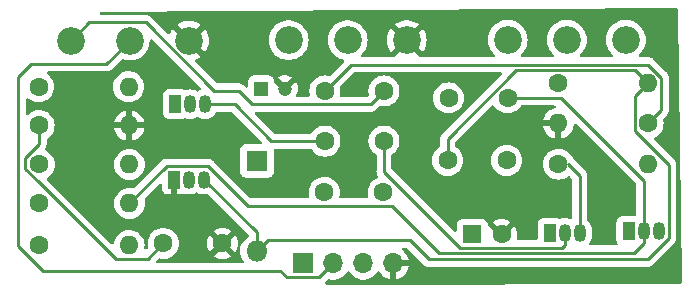
<source format=gbr>
%TF.GenerationSoftware,KiCad,Pcbnew,7.0.11+dfsg-1build4*%
%TF.CreationDate,2026-01-25T21:00:47-05:00*%
%TF.ProjectId,Distortion-02-LQ,44697374-6f72-4746-996f-6e2d30322d4c,rev?*%
%TF.SameCoordinates,Original*%
%TF.FileFunction,Copper,L2,Bot*%
%TF.FilePolarity,Positive*%
%FSLAX46Y46*%
G04 Gerber Fmt 4.6, Leading zero omitted, Abs format (unit mm)*
G04 Created by KiCad (PCBNEW 7.0.11+dfsg-1build4) date 2026-01-25 21:00:47*
%MOMM*%
%LPD*%
G01*
G04 APERTURE LIST*
%TA.AperFunction,ComponentPad*%
%ADD10C,2.340000*%
%TD*%
%TA.AperFunction,ComponentPad*%
%ADD11R,1.600000X1.600000*%
%TD*%
%TA.AperFunction,ComponentPad*%
%ADD12C,1.600000*%
%TD*%
%TA.AperFunction,ComponentPad*%
%ADD13O,1.600000X1.600000*%
%TD*%
%TA.AperFunction,ComponentPad*%
%ADD14R,1.800000X1.800000*%
%TD*%
%TA.AperFunction,ComponentPad*%
%ADD15O,1.800000X1.800000*%
%TD*%
%TA.AperFunction,ComponentPad*%
%ADD16R,1.700000X1.700000*%
%TD*%
%TA.AperFunction,ComponentPad*%
%ADD17O,1.700000X1.700000*%
%TD*%
%TA.AperFunction,ComponentPad*%
%ADD18R,1.200000X1.200000*%
%TD*%
%TA.AperFunction,ComponentPad*%
%ADD19C,1.200000*%
%TD*%
%TA.AperFunction,ComponentPad*%
%ADD20R,1.050000X1.500000*%
%TD*%
%TA.AperFunction,ComponentPad*%
%ADD21O,1.050000X1.500000*%
%TD*%
%TA.AperFunction,Conductor*%
%ADD22C,0.250000*%
%TD*%
G04 APERTURE END LIST*
D10*
%TO.P,RV3,1,1*%
%TO.N,GND*%
X123926600Y-84150200D03*
%TO.P,RV3,2,2*%
%TO.N,out*%
X118926600Y-84150200D03*
%TO.P,RV3,3,3*%
%TO.N,Net-(C8-Pad2)*%
X113926600Y-84150200D03*
%TD*%
D11*
%TO.P,C2,1*%
%TO.N,+9V*%
X147915621Y-100558600D03*
D12*
%TO.P,C2,2*%
%TO.N,GND*%
X150415621Y-100558600D03*
%TD*%
%TO.P,C7,1*%
%TO.N,Net-(C6-Pad1)*%
X135447400Y-92659200D03*
%TO.P,C7,2*%
%TO.N,Net-(C7-Pad2)*%
X140447400Y-92659200D03*
%TD*%
%TO.P,C1,1*%
%TO.N,IN*%
X121756800Y-101320600D03*
%TO.P,C1,2*%
%TO.N,GND*%
X126756800Y-101320600D03*
%TD*%
%TO.P,R6,1*%
%TO.N,Net-(Q3-Pad3)*%
X111277400Y-97942400D03*
D13*
%TO.P,R6,2*%
%TO.N,Net-(C6-Pad2)*%
X118897400Y-97942400D03*
%TD*%
D14*
%TO.P,D1,1,K*%
%TO.N,Net-(C3-Pad2)*%
X129692400Y-94335600D03*
D15*
%TO.P,D1,2,A*%
%TO.N,Net-(C4-Pad1)*%
X129692400Y-101955600D03*
%TD*%
D12*
%TO.P,R1,1*%
%TO.N,IN*%
X111252000Y-91338400D03*
D13*
%TO.P,R1,2*%
%TO.N,GND*%
X118872000Y-91338400D03*
%TD*%
D12*
%TO.P,R2,1*%
%TO.N,+9V*%
X155168600Y-87782400D03*
D13*
%TO.P,R2,2*%
%TO.N,Net-(C4-Pad1)*%
X162788600Y-87782400D03*
%TD*%
D12*
%TO.P,R8,1*%
%TO.N,Net-(C8-Pad1)*%
X155219400Y-94615000D03*
D13*
%TO.P,R8,2*%
%TO.N,Net-(C7-Pad2)*%
X162839400Y-94615000D03*
%TD*%
D16*
%TO.P,J1,1,Pin_1*%
%TO.N,+9V*%
X133614000Y-103022400D03*
D17*
%TO.P,J1,2,Pin_2*%
%TO.N,out*%
X136154000Y-103022400D03*
%TO.P,J1,3,Pin_3*%
%TO.N,IN*%
X138694000Y-103022400D03*
%TO.P,J1,4,Pin_4*%
%TO.N,GND*%
X141234000Y-103022400D03*
%TD*%
D12*
%TO.P,R7,1*%
%TO.N,Net-(C8-Pad1)*%
X162814000Y-91160600D03*
D13*
%TO.P,R7,2*%
%TO.N,GND*%
X155194000Y-91160600D03*
%TD*%
D10*
%TO.P,RV1,1,1*%
%TO.N,GND*%
X142377800Y-84104200D03*
%TO.P,RV1,2,2*%
%TO.N,Net-(C5-Pad1)*%
X137377800Y-84104200D03*
%TO.P,RV1,3,3*%
%TO.N,Net-(Q2-Pad1)*%
X132377800Y-84104200D03*
%TD*%
%TO.P,RV2,1,1*%
%TO.N,Net-(Q4-Pad1)*%
X160930600Y-84089000D03*
%TO.P,RV2,2,2*%
X155930600Y-84089000D03*
%TO.P,RV2,3,3*%
%TO.N,Net-(Q3-Pad3)*%
X150930600Y-84089000D03*
%TD*%
D18*
%TO.P,C5,1*%
%TO.N,Net-(C5-Pad1)*%
X130040601Y-88214200D03*
D19*
%TO.P,C5,2*%
%TO.N,GND*%
X132040601Y-88214200D03*
%TD*%
D12*
%TO.P,R5,1*%
%TO.N,+9V*%
X111201200Y-88061800D03*
D13*
%TO.P,R5,2*%
%TO.N,Net-(Q3-Pad3)*%
X118821200Y-88061800D03*
%TD*%
D20*
%TO.P,Q3,1,E*%
%TO.N,Net-(C8-Pad1)*%
X161163000Y-100279200D03*
D21*
%TO.P,Q3,2,B*%
%TO.N,Net-(C6-Pad2)*%
X162433000Y-100279200D03*
%TO.P,Q3,3,C*%
%TO.N,Net-(Q3-Pad3)*%
X163703000Y-100279200D03*
%TD*%
D20*
%TO.P,Q1,1,E*%
%TO.N,GND*%
X122682000Y-95914800D03*
D21*
%TO.P,Q1,2,B*%
%TO.N,Net-(C3-Pad2)*%
X123952000Y-95914800D03*
%TO.P,Q1,3,C*%
%TO.N,Net-(C4-Pad1)*%
X125222000Y-95914800D03*
%TD*%
D12*
%TO.P,C6,1*%
%TO.N,Net-(C6-Pad1)*%
X145912200Y-89001600D03*
%TO.P,C6,2*%
%TO.N,Net-(C6-Pad2)*%
X150912200Y-89001600D03*
%TD*%
%TO.P,R3,1*%
%TO.N,+9V*%
X111277400Y-94640400D03*
D13*
%TO.P,R3,2*%
%TO.N,Net-(C6-Pad1)*%
X118897400Y-94640400D03*
%TD*%
D12*
%TO.P,C8,1*%
%TO.N,Net-(C8-Pad1)*%
X135447400Y-88417400D03*
%TO.P,C8,2*%
%TO.N,Net-(C8-Pad2)*%
X140447400Y-88417400D03*
%TD*%
%TO.P,C3,1*%
%TO.N,IN*%
X135396600Y-97002600D03*
%TO.P,C3,2*%
%TO.N,Net-(C3-Pad2)*%
X140396600Y-97002600D03*
%TD*%
%TO.P,C4,1*%
%TO.N,Net-(C4-Pad1)*%
X145836000Y-94284800D03*
%TO.P,C4,2*%
%TO.N,Net-(C4-Pad2)*%
X150836000Y-94284800D03*
%TD*%
%TO.P,R4,1*%
%TO.N,Net-(C6-Pad1)*%
X111252000Y-101498400D03*
D13*
%TO.P,R4,2*%
%TO.N,Net-(C4-Pad2)*%
X118872000Y-101498400D03*
%TD*%
D20*
%TO.P,Q2,1,E*%
%TO.N,Net-(Q2-Pad1)*%
X122758200Y-89539400D03*
D21*
%TO.P,Q2,2,B*%
%TO.N,Net-(C4-Pad2)*%
X124028200Y-89539400D03*
%TO.P,Q2,3,C*%
%TO.N,Net-(C6-Pad1)*%
X125298200Y-89539400D03*
%TD*%
D20*
%TO.P,Q4,1,E*%
%TO.N,Net-(Q4-Pad1)*%
X154482800Y-100436000D03*
D21*
%TO.P,Q4,2,B*%
%TO.N,Net-(C7-Pad2)*%
X155752800Y-100436000D03*
%TO.P,Q4,3,C*%
%TO.N,Net-(C8-Pad1)*%
X157022800Y-100436000D03*
%TD*%
D22*
%TO.N,IN*%
X111211100Y-96164400D02*
X110032800Y-94986100D01*
X111277400Y-96164400D02*
X111211100Y-96164400D01*
X117735911Y-102622911D02*
X111277400Y-96164400D01*
X120454489Y-102622911D02*
X117735911Y-102622911D01*
X110032800Y-94107000D02*
X111252000Y-92887800D01*
X110032800Y-94986100D02*
X110032800Y-94107000D01*
X121756800Y-101320600D02*
X120454489Y-102622911D01*
X111252000Y-92887800D02*
X111252000Y-91338400D01*
%TO.N,Net-(C4-Pad1)*%
X164552520Y-94651720D02*
X161689489Y-91788689D01*
X151665611Y-86657889D02*
X161664089Y-86657889D01*
X129692400Y-101955600D02*
X129692400Y-100385200D01*
X142610000Y-101055600D02*
X144221200Y-102666800D01*
X162839400Y-87731600D02*
X162788600Y-87782400D01*
X130592400Y-101055600D02*
X142610000Y-101055600D01*
X164552520Y-100877480D02*
X164552520Y-94651720D01*
X129692400Y-100385200D02*
X125222000Y-95914800D01*
X162763200Y-102666800D02*
X164552520Y-100877480D01*
X161689489Y-91788689D02*
X161689489Y-88881511D01*
X145836000Y-92487500D02*
X151665611Y-86657889D01*
X144221200Y-102666800D02*
X162763200Y-102666800D01*
X161664089Y-86657889D02*
X162788600Y-87782400D01*
X129692400Y-101955600D02*
X130592400Y-101055600D01*
X161689489Y-88881511D02*
X162788600Y-87782400D01*
X145836000Y-94284800D02*
X145836000Y-92487500D01*
%TO.N,Net-(C6-Pad1)*%
X130911600Y-92659200D02*
X135447400Y-92659200D01*
X125298200Y-89539400D02*
X127791800Y-89539400D01*
X127791800Y-89539400D02*
X130911600Y-92659200D01*
%TO.N,Net-(C6-Pad2)*%
X161579569Y-102132631D02*
X145084031Y-102132631D01*
X162433000Y-96021900D02*
X155412700Y-89001600D01*
X128905000Y-98145600D02*
X125552200Y-94792800D01*
X162433000Y-100279200D02*
X162433000Y-96021900D01*
X155412700Y-89001600D02*
X150912200Y-89001600D01*
X162433000Y-101279200D02*
X161579569Y-102132631D01*
X141097000Y-98145600D02*
X128905000Y-98145600D01*
X162433000Y-100279200D02*
X162433000Y-101279200D01*
X125552200Y-94792800D02*
X122047000Y-94792800D01*
X145084031Y-102132631D02*
X141097000Y-98145600D01*
X122047000Y-94792800D02*
X118897400Y-97942400D01*
%TO.N,Net-(C7-Pad2)*%
X146895111Y-101683111D02*
X140447400Y-95235400D01*
X155505689Y-101683111D02*
X146895111Y-101683111D01*
X140447400Y-95235400D02*
X140447400Y-92659200D01*
X155752800Y-101436000D02*
X155505689Y-101683111D01*
X155752800Y-100436000D02*
X155752800Y-101436000D01*
%TO.N,Net-(C8-Pad1)*%
X157022800Y-95605600D02*
X156057600Y-94640400D01*
X163913111Y-90061489D02*
X163913111Y-87281311D01*
X157022800Y-100436000D02*
X157022800Y-95605600D01*
X162814000Y-91160600D02*
X163913111Y-90061489D01*
X137682600Y-86182200D02*
X135447400Y-88417400D01*
X163913111Y-87281311D02*
X162814000Y-86182200D01*
X162814000Y-86182200D02*
X137682600Y-86182200D01*
%TO.N,Net-(C8-Pad2)*%
X120263641Y-82600800D02*
X115476000Y-82600800D01*
X128143000Y-88417400D02*
X126080241Y-88417400D01*
X129267511Y-89541911D02*
X128143000Y-88417400D01*
X115476000Y-82600800D02*
X113926600Y-84150200D01*
X140447400Y-88417400D02*
X139322889Y-89541911D01*
X126080241Y-88417400D02*
X120263641Y-82600800D01*
X139322889Y-89541911D02*
X129267511Y-89541911D01*
%TO.N,out*%
X109474000Y-101523800D02*
X111582200Y-103632000D01*
X116945400Y-86131400D02*
X110566200Y-86131400D01*
X111582200Y-103632000D02*
X131673600Y-103632000D01*
X132238511Y-104196911D02*
X134979489Y-104196911D01*
X109474000Y-87223600D02*
X109474000Y-101523800D01*
X118926600Y-84150200D02*
X116945400Y-86131400D01*
X110566200Y-86131400D02*
X109474000Y-87223600D01*
X131673600Y-103632000D02*
X132238511Y-104196911D01*
X134979489Y-104196911D02*
X136154000Y-103022400D01*
%TD*%
%TA.AperFunction,Conductor*%
%TO.N,GND*%
G36*
X165297233Y-81427360D02*
G01*
X165344064Y-81480721D01*
X165355770Y-81532002D01*
X165682395Y-104596758D01*
X165663360Y-104665155D01*
X165610368Y-104712403D01*
X165556747Y-104724542D01*
X135571685Y-104805146D01*
X135503510Y-104785327D01*
X135456873Y-104731796D01*
X135446581Y-104661550D01*
X135475900Y-104596890D01*
X135482237Y-104590065D01*
X135696205Y-104376097D01*
X135758515Y-104342073D01*
X135814218Y-104343016D01*
X135814224Y-104342986D01*
X135814430Y-104343020D01*
X135816236Y-104343051D01*
X135819356Y-104343841D01*
X135819365Y-104343844D01*
X136041431Y-104380900D01*
X136041435Y-104380900D01*
X136266565Y-104380900D01*
X136266569Y-104380900D01*
X136488635Y-104343844D01*
X136701574Y-104270742D01*
X136899576Y-104163589D01*
X137077240Y-104025306D01*
X137229722Y-103859668D01*
X137318518Y-103723754D01*
X137372520Y-103677668D01*
X137442868Y-103668092D01*
X137507225Y-103698069D01*
X137529480Y-103723753D01*
X137562607Y-103774458D01*
X137618275Y-103859665D01*
X137618279Y-103859670D01*
X137770762Y-104025308D01*
X137788377Y-104039018D01*
X137948424Y-104163589D01*
X138146426Y-104270742D01*
X138146427Y-104270742D01*
X138146428Y-104270743D01*
X138189420Y-104285502D01*
X138359365Y-104343844D01*
X138581431Y-104380900D01*
X138581435Y-104380900D01*
X138806565Y-104380900D01*
X138806569Y-104380900D01*
X139028635Y-104343844D01*
X139241574Y-104270742D01*
X139439576Y-104163589D01*
X139617240Y-104025306D01*
X139769722Y-103859668D01*
X139858816Y-103723298D01*
X139912819Y-103677210D01*
X139983167Y-103667635D01*
X140047524Y-103697612D01*
X140069782Y-103723298D01*
X140158674Y-103859358D01*
X140311097Y-104024934D01*
X140488698Y-104163167D01*
X140488699Y-104163168D01*
X140686628Y-104270282D01*
X140686630Y-104270283D01*
X140899483Y-104343355D01*
X140899492Y-104343357D01*
X140980000Y-104356791D01*
X140980000Y-103456074D01*
X141091685Y-103507080D01*
X141198237Y-103522400D01*
X141269763Y-103522400D01*
X141376315Y-103507080D01*
X141488000Y-103456074D01*
X141488000Y-104356790D01*
X141568507Y-104343357D01*
X141568516Y-104343355D01*
X141781369Y-104270283D01*
X141781371Y-104270282D01*
X141979300Y-104163168D01*
X141979301Y-104163167D01*
X142156902Y-104024934D01*
X142309325Y-103859358D01*
X142432419Y-103670948D01*
X142522820Y-103464856D01*
X142522823Y-103464849D01*
X142570544Y-103276400D01*
X141665116Y-103276400D01*
X141693493Y-103232244D01*
X141734000Y-103094289D01*
X141734000Y-102950511D01*
X141693493Y-102812556D01*
X141665116Y-102768400D01*
X142570544Y-102768400D01*
X142570544Y-102768399D01*
X142522823Y-102579950D01*
X142522820Y-102579943D01*
X142432419Y-102373851D01*
X142309325Y-102185441D01*
X142156902Y-102019865D01*
X142021570Y-101914532D01*
X141980099Y-101856907D01*
X141976365Y-101786008D01*
X142011555Y-101724346D01*
X142074496Y-101691498D01*
X142098961Y-101689100D01*
X142295406Y-101689100D01*
X142363527Y-101709102D01*
X142384501Y-101726005D01*
X143713955Y-103055460D01*
X143723920Y-103067897D01*
X143724147Y-103067710D01*
X143729199Y-103073817D01*
X143729200Y-103073818D01*
X143776216Y-103117969D01*
X143778850Y-103120442D01*
X143781694Y-103123199D01*
X143801423Y-103142929D01*
X143801424Y-103142930D01*
X143801428Y-103142933D01*
X143801430Y-103142935D01*
X143804635Y-103145421D01*
X143813642Y-103153114D01*
X143845879Y-103183386D01*
X143863628Y-103193143D01*
X143880153Y-103203998D01*
X143896159Y-103216414D01*
X143936742Y-103233975D01*
X143947393Y-103239193D01*
X143986140Y-103260495D01*
X143986148Y-103260497D01*
X144005758Y-103265532D01*
X144024467Y-103271937D01*
X144043055Y-103279981D01*
X144086730Y-103286898D01*
X144098341Y-103289302D01*
X144141170Y-103300300D01*
X144161424Y-103300300D01*
X144181134Y-103301851D01*
X144183341Y-103302200D01*
X144201143Y-103305020D01*
X144245161Y-103300858D01*
X144257019Y-103300300D01*
X162679347Y-103300300D01*
X162695188Y-103302049D01*
X162695216Y-103301756D01*
X162703102Y-103302500D01*
X162703109Y-103302502D01*
X162771186Y-103300362D01*
X162775145Y-103300300D01*
X162803051Y-103300300D01*
X162803056Y-103300300D01*
X162807067Y-103299792D01*
X162818899Y-103298861D01*
X162863089Y-103297473D01*
X162882547Y-103291819D01*
X162901894Y-103287813D01*
X162921997Y-103285274D01*
X162963110Y-103268995D01*
X162974330Y-103265153D01*
X162999113Y-103257954D01*
X163016791Y-103252819D01*
X163016795Y-103252817D01*
X163034226Y-103242508D01*
X163051980Y-103233809D01*
X163070817Y-103226352D01*
X163106592Y-103200358D01*
X163116498Y-103193851D01*
X163154562Y-103171342D01*
X163168885Y-103157018D01*
X163183924Y-103144174D01*
X163185605Y-103142953D01*
X163200307Y-103132272D01*
X163228503Y-103098186D01*
X163236472Y-103089430D01*
X164941177Y-101384725D01*
X164953612Y-101374764D01*
X164953425Y-101374537D01*
X164959536Y-101369481D01*
X164959535Y-101369481D01*
X164959538Y-101369480D01*
X165006196Y-101319792D01*
X165008887Y-101317015D01*
X165028655Y-101297249D01*
X165031134Y-101294051D01*
X165038819Y-101285051D01*
X165069106Y-101252801D01*
X165078865Y-101235047D01*
X165089724Y-101218518D01*
X165102134Y-101202520D01*
X165119697Y-101161931D01*
X165124916Y-101151281D01*
X165146215Y-101112540D01*
X165151253Y-101092915D01*
X165157658Y-101074210D01*
X165165701Y-101055625D01*
X165172616Y-101011961D01*
X165175024Y-101000332D01*
X165186020Y-100957510D01*
X165186020Y-100937255D01*
X165187571Y-100917543D01*
X165190740Y-100897537D01*
X165186579Y-100853516D01*
X165186020Y-100841659D01*
X165186020Y-94735575D01*
X165187769Y-94719734D01*
X165187476Y-94719707D01*
X165188221Y-94711814D01*
X165188222Y-94711811D01*
X165186082Y-94643733D01*
X165186020Y-94639774D01*
X165186020Y-94611869D01*
X165186020Y-94611864D01*
X165185512Y-94607850D01*
X165184581Y-94596017D01*
X165183193Y-94551830D01*
X165177542Y-94532383D01*
X165173532Y-94513020D01*
X165170994Y-94492923D01*
X165154715Y-94451810D01*
X165150873Y-94440589D01*
X165138538Y-94398127D01*
X165128225Y-94380689D01*
X165119530Y-94362942D01*
X165112072Y-94344103D01*
X165086088Y-94308340D01*
X165079571Y-94298419D01*
X165057061Y-94260355D01*
X165042738Y-94246032D01*
X165029897Y-94230999D01*
X165024279Y-94223267D01*
X165017992Y-94214613D01*
X164999247Y-94199106D01*
X164983925Y-94186430D01*
X164975146Y-94178441D01*
X163341617Y-92544912D01*
X163307591Y-92482600D01*
X163312656Y-92411785D01*
X163355203Y-92354949D01*
X163377457Y-92341625D01*
X163470749Y-92298123D01*
X163658300Y-92166798D01*
X163820198Y-92004900D01*
X163951523Y-91817349D01*
X164048284Y-91609843D01*
X164107543Y-91388687D01*
X164127498Y-91160600D01*
X164107543Y-90932513D01*
X164090540Y-90869057D01*
X164092229Y-90798081D01*
X164123149Y-90747353D01*
X164301768Y-90568734D01*
X164314203Y-90558773D01*
X164314016Y-90558546D01*
X164320127Y-90553490D01*
X164320126Y-90553490D01*
X164320129Y-90553489D01*
X164366787Y-90503801D01*
X164369478Y-90501024D01*
X164389246Y-90481258D01*
X164391725Y-90478060D01*
X164399410Y-90469060D01*
X164429697Y-90436810D01*
X164439456Y-90419056D01*
X164450315Y-90402527D01*
X164453358Y-90398604D01*
X164462725Y-90386529D01*
X164480288Y-90345940D01*
X164485507Y-90335290D01*
X164487205Y-90332202D01*
X164506806Y-90296549D01*
X164511844Y-90276924D01*
X164518249Y-90258219D01*
X164526292Y-90239634D01*
X164533207Y-90195970D01*
X164535615Y-90184341D01*
X164537459Y-90177160D01*
X164546611Y-90141519D01*
X164546611Y-90121264D01*
X164548162Y-90101552D01*
X164548176Y-90101463D01*
X164551331Y-90081546D01*
X164547170Y-90037525D01*
X164546611Y-90025668D01*
X164546611Y-87365165D01*
X164548360Y-87349323D01*
X164548067Y-87349296D01*
X164548811Y-87341410D01*
X164548813Y-87341403D01*
X164546673Y-87273311D01*
X164546611Y-87269353D01*
X164546611Y-87241461D01*
X164546611Y-87241455D01*
X164546104Y-87237446D01*
X164545173Y-87225617D01*
X164543785Y-87181422D01*
X164538131Y-87161963D01*
X164534123Y-87142608D01*
X164531585Y-87122514D01*
X164515306Y-87081398D01*
X164511467Y-87070183D01*
X164507231Y-87055604D01*
X164499130Y-87027718D01*
X164488814Y-87010275D01*
X164480116Y-86992520D01*
X164472663Y-86973694D01*
X164451517Y-86944589D01*
X164446674Y-86937923D01*
X164440163Y-86928011D01*
X164417653Y-86889949D01*
X164403325Y-86875621D01*
X164390495Y-86860600D01*
X164378583Y-86844204D01*
X164378580Y-86844202D01*
X164378580Y-86844201D01*
X164344505Y-86816011D01*
X164335727Y-86808023D01*
X163321244Y-85793539D01*
X163311279Y-85781101D01*
X163311052Y-85781290D01*
X163306001Y-85775184D01*
X163306000Y-85775182D01*
X163304824Y-85774078D01*
X163256348Y-85728556D01*
X163253504Y-85725799D01*
X163233777Y-85706071D01*
X163233771Y-85706066D01*
X163230567Y-85703580D01*
X163221556Y-85695883D01*
X163189325Y-85665617D01*
X163189319Y-85665613D01*
X163171563Y-85655851D01*
X163155047Y-85645002D01*
X163139041Y-85632586D01*
X163098464Y-85615027D01*
X163087807Y-85609805D01*
X163049063Y-85588506D01*
X163049060Y-85588505D01*
X163029436Y-85583466D01*
X163010736Y-85577064D01*
X162998682Y-85571848D01*
X162992145Y-85569019D01*
X162992143Y-85569018D01*
X162992141Y-85569018D01*
X162948474Y-85562101D01*
X162936855Y-85559695D01*
X162894030Y-85548700D01*
X162873776Y-85548700D01*
X162854066Y-85547149D01*
X162834057Y-85543980D01*
X162792007Y-85547955D01*
X162790039Y-85548141D01*
X162778181Y-85548700D01*
X162146216Y-85548700D01*
X162078095Y-85528698D01*
X162031602Y-85475042D01*
X162021498Y-85404768D01*
X162050992Y-85340188D01*
X162060515Y-85330335D01*
X162164474Y-85233876D01*
X162164474Y-85233874D01*
X162164478Y-85233872D01*
X162321331Y-85037184D01*
X162447117Y-84819316D01*
X162539027Y-84585134D01*
X162595007Y-84339869D01*
X162613807Y-84089000D01*
X162595007Y-83838131D01*
X162539027Y-83592866D01*
X162490655Y-83469617D01*
X162447120Y-83358690D01*
X162447118Y-83358686D01*
X162321333Y-83140819D01*
X162296762Y-83110008D01*
X162164478Y-82944128D01*
X162164477Y-82944127D01*
X162164474Y-82944123D01*
X161996444Y-82788216D01*
X161980062Y-82773016D01*
X161772206Y-82631301D01*
X161545549Y-82522148D01*
X161545536Y-82522143D01*
X161305159Y-82447997D01*
X161305151Y-82447995D01*
X161305149Y-82447995D01*
X161056386Y-82410500D01*
X160804814Y-82410500D01*
X160556051Y-82447995D01*
X160556049Y-82447995D01*
X160556040Y-82447997D01*
X160315663Y-82522143D01*
X160315651Y-82522148D01*
X160088994Y-82631301D01*
X160088987Y-82631305D01*
X159881144Y-82773011D01*
X159881132Y-82773021D01*
X159696725Y-82944123D01*
X159539866Y-83140819D01*
X159414081Y-83358686D01*
X159414079Y-83358690D01*
X159322171Y-83592870D01*
X159275091Y-83799145D01*
X159266193Y-83838131D01*
X159247393Y-84089000D01*
X159266193Y-84339869D01*
X159266194Y-84339873D01*
X159322171Y-84585129D01*
X159414079Y-84819309D01*
X159414081Y-84819313D01*
X159539866Y-85037180D01*
X159539868Y-85037183D01*
X159539869Y-85037184D01*
X159551991Y-85052384D01*
X159696725Y-85233876D01*
X159800685Y-85330335D01*
X159837017Y-85391331D01*
X159834604Y-85462287D01*
X159794212Y-85520674D01*
X159728666Y-85547955D01*
X159714984Y-85548700D01*
X157146216Y-85548700D01*
X157078095Y-85528698D01*
X157031602Y-85475042D01*
X157021498Y-85404768D01*
X157050992Y-85340188D01*
X157060515Y-85330335D01*
X157164474Y-85233876D01*
X157164474Y-85233874D01*
X157164478Y-85233872D01*
X157321331Y-85037184D01*
X157447117Y-84819316D01*
X157539027Y-84585134D01*
X157595007Y-84339869D01*
X157613807Y-84089000D01*
X157595007Y-83838131D01*
X157539027Y-83592866D01*
X157490655Y-83469617D01*
X157447120Y-83358690D01*
X157447118Y-83358686D01*
X157321333Y-83140819D01*
X157296762Y-83110008D01*
X157164478Y-82944128D01*
X157164477Y-82944127D01*
X157164474Y-82944123D01*
X156996444Y-82788216D01*
X156980062Y-82773016D01*
X156772206Y-82631301D01*
X156545549Y-82522148D01*
X156545536Y-82522143D01*
X156305159Y-82447997D01*
X156305151Y-82447995D01*
X156305149Y-82447995D01*
X156056386Y-82410500D01*
X155804814Y-82410500D01*
X155556051Y-82447995D01*
X155556049Y-82447995D01*
X155556040Y-82447997D01*
X155315663Y-82522143D01*
X155315651Y-82522148D01*
X155088994Y-82631301D01*
X155088987Y-82631305D01*
X154881144Y-82773011D01*
X154881132Y-82773021D01*
X154696725Y-82944123D01*
X154539866Y-83140819D01*
X154414081Y-83358686D01*
X154414079Y-83358690D01*
X154322171Y-83592870D01*
X154275091Y-83799145D01*
X154266193Y-83838131D01*
X154247393Y-84089000D01*
X154266193Y-84339869D01*
X154266194Y-84339873D01*
X154322171Y-84585129D01*
X154414079Y-84819309D01*
X154414081Y-84819313D01*
X154539866Y-85037180D01*
X154539868Y-85037183D01*
X154539869Y-85037184D01*
X154551991Y-85052384D01*
X154696725Y-85233876D01*
X154800685Y-85330335D01*
X154837017Y-85391331D01*
X154834604Y-85462287D01*
X154794212Y-85520674D01*
X154728666Y-85547955D01*
X154714984Y-85548700D01*
X152146216Y-85548700D01*
X152078095Y-85528698D01*
X152031602Y-85475042D01*
X152021498Y-85404768D01*
X152050992Y-85340188D01*
X152060515Y-85330335D01*
X152164474Y-85233876D01*
X152164474Y-85233874D01*
X152164478Y-85233872D01*
X152321331Y-85037184D01*
X152447117Y-84819316D01*
X152539027Y-84585134D01*
X152595007Y-84339869D01*
X152613807Y-84089000D01*
X152595007Y-83838131D01*
X152539027Y-83592866D01*
X152490655Y-83469617D01*
X152447120Y-83358690D01*
X152447118Y-83358686D01*
X152321333Y-83140819D01*
X152296762Y-83110008D01*
X152164478Y-82944128D01*
X152164477Y-82944127D01*
X152164474Y-82944123D01*
X151996444Y-82788216D01*
X151980062Y-82773016D01*
X151772206Y-82631301D01*
X151545549Y-82522148D01*
X151545536Y-82522143D01*
X151305159Y-82447997D01*
X151305151Y-82447995D01*
X151305149Y-82447995D01*
X151056386Y-82410500D01*
X150804814Y-82410500D01*
X150556051Y-82447995D01*
X150556049Y-82447995D01*
X150556040Y-82447997D01*
X150315663Y-82522143D01*
X150315651Y-82522148D01*
X150088994Y-82631301D01*
X150088987Y-82631305D01*
X149881144Y-82773011D01*
X149881132Y-82773021D01*
X149696725Y-82944123D01*
X149539866Y-83140819D01*
X149414081Y-83358686D01*
X149414079Y-83358690D01*
X149322171Y-83592870D01*
X149275091Y-83799145D01*
X149266193Y-83838131D01*
X149247393Y-84089000D01*
X149266193Y-84339869D01*
X149266194Y-84339873D01*
X149322171Y-84585129D01*
X149414079Y-84819309D01*
X149414081Y-84819313D01*
X149539866Y-85037180D01*
X149539868Y-85037183D01*
X149539869Y-85037184D01*
X149551991Y-85052384D01*
X149696725Y-85233876D01*
X149800685Y-85330335D01*
X149837017Y-85391331D01*
X149834604Y-85462287D01*
X149794212Y-85520674D01*
X149728666Y-85547955D01*
X149714984Y-85548700D01*
X143501596Y-85548700D01*
X143433475Y-85528698D01*
X143386982Y-85475042D01*
X143386483Y-85472092D01*
X142621282Y-84706891D01*
X142693429Y-84678326D01*
X142826292Y-84581795D01*
X142930975Y-84455255D01*
X142981241Y-84348432D01*
X143731199Y-85098390D01*
X143731200Y-85098390D01*
X143768118Y-85052097D01*
X143893866Y-84834295D01*
X143893868Y-84834291D01*
X143985745Y-84600189D01*
X143985746Y-84600187D01*
X144041710Y-84354997D01*
X144060504Y-84104200D01*
X144041710Y-83853402D01*
X143985746Y-83608212D01*
X143985745Y-83608210D01*
X143893868Y-83374108D01*
X143893866Y-83374104D01*
X143768118Y-83156302D01*
X143731200Y-83110008D01*
X143731199Y-83110008D01*
X142981733Y-83859473D01*
X142970612Y-83825244D01*
X142882614Y-83686581D01*
X142762897Y-83574160D01*
X142624639Y-83498151D01*
X143371788Y-82751001D01*
X143371788Y-82750999D01*
X143219155Y-82646936D01*
X143219147Y-82646931D01*
X142992570Y-82537817D01*
X142992552Y-82537810D01*
X142752247Y-82463686D01*
X142752235Y-82463684D01*
X142503545Y-82426200D01*
X142252055Y-82426200D01*
X142003364Y-82463684D01*
X142003352Y-82463686D01*
X141763047Y-82537810D01*
X141763034Y-82537815D01*
X141536451Y-82646932D01*
X141383810Y-82751000D01*
X141383810Y-82751001D01*
X142134317Y-83501508D01*
X142062171Y-83530074D01*
X141929308Y-83626605D01*
X141824625Y-83753145D01*
X141774358Y-83859967D01*
X141024398Y-83110007D01*
X141024397Y-83110007D01*
X140987486Y-83156295D01*
X140861733Y-83374104D01*
X140861731Y-83374108D01*
X140769854Y-83608210D01*
X140769853Y-83608212D01*
X140713889Y-83853402D01*
X140695095Y-84104200D01*
X140713889Y-84354997D01*
X140769853Y-84600187D01*
X140769854Y-84600189D01*
X140861731Y-84834291D01*
X140861733Y-84834295D01*
X140987482Y-85052099D01*
X140987485Y-85052102D01*
X141024397Y-85098390D01*
X141773865Y-84348923D01*
X141784988Y-84383156D01*
X141872986Y-84521819D01*
X141992703Y-84634240D01*
X142130960Y-84710248D01*
X141367181Y-85474026D01*
X141365897Y-85480629D01*
X141316815Y-85531928D01*
X141254003Y-85548700D01*
X138609798Y-85548700D01*
X138541677Y-85528698D01*
X138495184Y-85475042D01*
X138485080Y-85404768D01*
X138514574Y-85340188D01*
X138524097Y-85330335D01*
X138611674Y-85249076D01*
X138611674Y-85249074D01*
X138611678Y-85249072D01*
X138768531Y-85052384D01*
X138894317Y-84834516D01*
X138894406Y-84834291D01*
X138925839Y-84754200D01*
X138986227Y-84600334D01*
X139042207Y-84355069D01*
X139061007Y-84104200D01*
X139042207Y-83853331D01*
X138986227Y-83608066D01*
X138910487Y-83415084D01*
X138894320Y-83373890D01*
X138894318Y-83373886D01*
X138768533Y-83156019D01*
X138768524Y-83156008D01*
X138611678Y-82959328D01*
X138611677Y-82959327D01*
X138611674Y-82959323D01*
X138427267Y-82788221D01*
X138427261Y-82788215D01*
X138357976Y-82740977D01*
X138219406Y-82646501D01*
X137992749Y-82537348D01*
X137992736Y-82537343D01*
X137752359Y-82463197D01*
X137752351Y-82463195D01*
X137752349Y-82463195D01*
X137503586Y-82425700D01*
X137252014Y-82425700D01*
X137003251Y-82463195D01*
X137003249Y-82463195D01*
X137003240Y-82463197D01*
X136762863Y-82537343D01*
X136762851Y-82537348D01*
X136536194Y-82646501D01*
X136536187Y-82646505D01*
X136328344Y-82788211D01*
X136328332Y-82788221D01*
X136143925Y-82959323D01*
X135987066Y-83156019D01*
X135861281Y-83373886D01*
X135861279Y-83373890D01*
X135769371Y-83608070D01*
X135716863Y-83838126D01*
X135713393Y-83853331D01*
X135694593Y-84104200D01*
X135713393Y-84355069D01*
X135713394Y-84355073D01*
X135769371Y-84600329D01*
X135861279Y-84834509D01*
X135861281Y-84834513D01*
X135987066Y-85052380D01*
X135987068Y-85052383D01*
X135987069Y-85052384D01*
X136060441Y-85144390D01*
X136143925Y-85249076D01*
X136262473Y-85359071D01*
X136328338Y-85420184D01*
X136328344Y-85420188D01*
X136536187Y-85561894D01*
X136536194Y-85561898D01*
X136536197Y-85561900D01*
X136762855Y-85671053D01*
X136762858Y-85671053D01*
X136762863Y-85671056D01*
X136971905Y-85735536D01*
X137031103Y-85774728D01*
X137059716Y-85839704D01*
X137048657Y-85909834D01*
X137023861Y-85945033D01*
X135860646Y-87108247D01*
X135798334Y-87142273D01*
X135738940Y-87140859D01*
X135675490Y-87123857D01*
X135447400Y-87103902D01*
X135219313Y-87123857D01*
X134998159Y-87183115D01*
X134998153Y-87183117D01*
X134790650Y-87279877D01*
X134603103Y-87411199D01*
X134603097Y-87411204D01*
X134441204Y-87573097D01*
X134441199Y-87573103D01*
X134309877Y-87760650D01*
X134213117Y-87968153D01*
X134213115Y-87968159D01*
X134189878Y-88054881D01*
X134153857Y-88189313D01*
X134133902Y-88417400D01*
X134153857Y-88645487D01*
X134181808Y-88749800D01*
X134180118Y-88820777D01*
X134140324Y-88879572D01*
X134075059Y-88907520D01*
X134060101Y-88908411D01*
X133136186Y-88908411D01*
X133068065Y-88888409D01*
X133021572Y-88834753D01*
X133011468Y-88764479D01*
X133023395Y-88726248D01*
X133078206Y-88616170D01*
X133078209Y-88616162D01*
X133134401Y-88418665D01*
X133134401Y-88418661D01*
X133153348Y-88214204D01*
X133153348Y-88214195D01*
X133134401Y-88009738D01*
X133134401Y-88009734D01*
X133078209Y-87812237D01*
X133078206Y-87812229D01*
X132986675Y-87628410D01*
X132986212Y-87627798D01*
X132986211Y-87627797D01*
X132333698Y-88280310D01*
X132344496Y-88242360D01*
X132334147Y-88130679D01*
X132284153Y-88030278D01*
X132201267Y-87954716D01*
X132096681Y-87914200D01*
X132012799Y-87914200D01*
X131930351Y-87929612D01*
X131834991Y-87988657D01*
X131767400Y-88078162D01*
X131736706Y-88186040D01*
X131745231Y-88278040D01*
X131186006Y-87718815D01*
X131151980Y-87656503D01*
X131149101Y-87629720D01*
X131149101Y-87565567D01*
X131149100Y-87565550D01*
X131142591Y-87505003D01*
X131142589Y-87504995D01*
X131105311Y-87405051D01*
X131091490Y-87367996D01*
X131091489Y-87367994D01*
X131091488Y-87367992D01*
X131019617Y-87271984D01*
X131457594Y-87271984D01*
X132040600Y-87854990D01*
X132040601Y-87854990D01*
X132623606Y-87271983D01*
X132536600Y-87218113D01*
X132536588Y-87218107D01*
X132345126Y-87143933D01*
X132345123Y-87143932D01*
X132143270Y-87106200D01*
X131937932Y-87106200D01*
X131736078Y-87143932D01*
X131736075Y-87143933D01*
X131544605Y-87218110D01*
X131544601Y-87218112D01*
X131457594Y-87271983D01*
X131457594Y-87271984D01*
X131019617Y-87271984D01*
X131003862Y-87250938D01*
X130886808Y-87163312D01*
X130886803Y-87163310D01*
X130749805Y-87112211D01*
X130749797Y-87112209D01*
X130689250Y-87105700D01*
X130689239Y-87105700D01*
X129391963Y-87105700D01*
X129391951Y-87105700D01*
X129331404Y-87112209D01*
X129331396Y-87112211D01*
X129194398Y-87163310D01*
X129194393Y-87163312D01*
X129077339Y-87250938D01*
X128989713Y-87367992D01*
X128989711Y-87367997D01*
X128938612Y-87504995D01*
X128938610Y-87505003D01*
X128932101Y-87565550D01*
X128932101Y-88006406D01*
X128912099Y-88074527D01*
X128858443Y-88121020D01*
X128788169Y-88131124D01*
X128723589Y-88101630D01*
X128717006Y-88095501D01*
X128650244Y-88028739D01*
X128640279Y-88016301D01*
X128640052Y-88016490D01*
X128635001Y-88010384D01*
X128635000Y-88010382D01*
X128585347Y-87963755D01*
X128582504Y-87960999D01*
X128562777Y-87941271D01*
X128562771Y-87941266D01*
X128559567Y-87938780D01*
X128550556Y-87931083D01*
X128518325Y-87900817D01*
X128518319Y-87900813D01*
X128500563Y-87891051D01*
X128484047Y-87880202D01*
X128468041Y-87867786D01*
X128427464Y-87850227D01*
X128416807Y-87845005D01*
X128378063Y-87823706D01*
X128378060Y-87823705D01*
X128358436Y-87818666D01*
X128339736Y-87812264D01*
X128327042Y-87806771D01*
X128321145Y-87804219D01*
X128321143Y-87804218D01*
X128321141Y-87804218D01*
X128277474Y-87797301D01*
X128265855Y-87794895D01*
X128223030Y-87783900D01*
X128202776Y-87783900D01*
X128183066Y-87782349D01*
X128163057Y-87779180D01*
X128128994Y-87782400D01*
X128119039Y-87783341D01*
X128107181Y-87783900D01*
X126394835Y-87783900D01*
X126326714Y-87763898D01*
X126305740Y-87746995D01*
X124485907Y-85927162D01*
X124451881Y-85864850D01*
X124456946Y-85794035D01*
X124499493Y-85737199D01*
X124537871Y-85717662D01*
X124541362Y-85716585D01*
X124541365Y-85716584D01*
X124767955Y-85607463D01*
X124920588Y-85503398D01*
X124920588Y-85503397D01*
X124170081Y-84752891D01*
X124242229Y-84724326D01*
X124375092Y-84627795D01*
X124479775Y-84501255D01*
X124530041Y-84394432D01*
X125279999Y-85144390D01*
X125280000Y-85144390D01*
X125316918Y-85098097D01*
X125442666Y-84880295D01*
X125442668Y-84880291D01*
X125534545Y-84646189D01*
X125534546Y-84646187D01*
X125590510Y-84400997D01*
X125609304Y-84150200D01*
X125605857Y-84104200D01*
X130694593Y-84104200D01*
X130713393Y-84355069D01*
X130713394Y-84355073D01*
X130769371Y-84600329D01*
X130861279Y-84834509D01*
X130861281Y-84834513D01*
X130987066Y-85052380D01*
X130987068Y-85052383D01*
X130987069Y-85052384D01*
X131060441Y-85144390D01*
X131143925Y-85249076D01*
X131262473Y-85359071D01*
X131328338Y-85420184D01*
X131328344Y-85420188D01*
X131536187Y-85561894D01*
X131536194Y-85561898D01*
X131536197Y-85561900D01*
X131762855Y-85671053D01*
X131762858Y-85671053D01*
X131762863Y-85671056D01*
X132003240Y-85745202D01*
X132003242Y-85745202D01*
X132003251Y-85745205D01*
X132252014Y-85782700D01*
X132252018Y-85782700D01*
X132503582Y-85782700D01*
X132503586Y-85782700D01*
X132752349Y-85745205D01*
X132778304Y-85737199D01*
X132992736Y-85671056D01*
X132992738Y-85671054D01*
X132992745Y-85671053D01*
X133219404Y-85561900D01*
X133427262Y-85420184D01*
X133611678Y-85249072D01*
X133768531Y-85052384D01*
X133894317Y-84834516D01*
X133894406Y-84834291D01*
X133925839Y-84754200D01*
X133986227Y-84600334D01*
X134042207Y-84355069D01*
X134061007Y-84104200D01*
X134042207Y-83853331D01*
X133986227Y-83608066D01*
X133910487Y-83415084D01*
X133894320Y-83373890D01*
X133894318Y-83373886D01*
X133768533Y-83156019D01*
X133768524Y-83156008D01*
X133611678Y-82959328D01*
X133611677Y-82959327D01*
X133611674Y-82959323D01*
X133427267Y-82788221D01*
X133427261Y-82788215D01*
X133357976Y-82740977D01*
X133219406Y-82646501D01*
X132992749Y-82537348D01*
X132992736Y-82537343D01*
X132752359Y-82463197D01*
X132752351Y-82463195D01*
X132752349Y-82463195D01*
X132503586Y-82425700D01*
X132252014Y-82425700D01*
X132003251Y-82463195D01*
X132003249Y-82463195D01*
X132003240Y-82463197D01*
X131762863Y-82537343D01*
X131762851Y-82537348D01*
X131536194Y-82646501D01*
X131536187Y-82646505D01*
X131328344Y-82788211D01*
X131328332Y-82788221D01*
X131143925Y-82959323D01*
X130987066Y-83156019D01*
X130861281Y-83373886D01*
X130861279Y-83373890D01*
X130769371Y-83608070D01*
X130716863Y-83838126D01*
X130713393Y-83853331D01*
X130694593Y-84104200D01*
X125605857Y-84104200D01*
X125590510Y-83899402D01*
X125534546Y-83654212D01*
X125534545Y-83654210D01*
X125442668Y-83420108D01*
X125442666Y-83420104D01*
X125316918Y-83202302D01*
X125280000Y-83156008D01*
X125279999Y-83156008D01*
X124530533Y-83905473D01*
X124519412Y-83871244D01*
X124431414Y-83732581D01*
X124311697Y-83620160D01*
X124173439Y-83544151D01*
X124920588Y-82797001D01*
X124920588Y-82796999D01*
X124767955Y-82692936D01*
X124767947Y-82692931D01*
X124541370Y-82583817D01*
X124541352Y-82583810D01*
X124301047Y-82509686D01*
X124301035Y-82509684D01*
X124052345Y-82472200D01*
X123800855Y-82472200D01*
X123552164Y-82509684D01*
X123552152Y-82509686D01*
X123311847Y-82583810D01*
X123311834Y-82583815D01*
X123085251Y-82692932D01*
X122932610Y-82797000D01*
X122932610Y-82797001D01*
X123683117Y-83547508D01*
X123610971Y-83576074D01*
X123478108Y-83672605D01*
X123373425Y-83799145D01*
X123323158Y-83905967D01*
X122573198Y-83156007D01*
X122573197Y-83156007D01*
X122536286Y-83202295D01*
X122410533Y-83420104D01*
X122359169Y-83550978D01*
X122315662Y-83607082D01*
X122248729Y-83630758D01*
X122179622Y-83614489D01*
X122152787Y-83594041D01*
X120770885Y-82212139D01*
X120760920Y-82199701D01*
X120760693Y-82199890D01*
X120755642Y-82193784D01*
X120755641Y-82193782D01*
X120705989Y-82147156D01*
X120703146Y-82144400D01*
X120683418Y-82124671D01*
X120683412Y-82124666D01*
X120680208Y-82122180D01*
X120671197Y-82114483D01*
X120638966Y-82084217D01*
X120638960Y-82084213D01*
X120621204Y-82074451D01*
X120604688Y-82063602D01*
X120588682Y-82051186D01*
X120548105Y-82033627D01*
X120537448Y-82028405D01*
X120498704Y-82007106D01*
X120498701Y-82007105D01*
X120479077Y-82002066D01*
X120460377Y-81995664D01*
X120441786Y-81987619D01*
X120441784Y-81987618D01*
X120441782Y-81987618D01*
X120398115Y-81980701D01*
X120386496Y-81978295D01*
X120343671Y-81967300D01*
X120323417Y-81967300D01*
X120303707Y-81965749D01*
X120283698Y-81962580D01*
X120239680Y-81966741D01*
X120227822Y-81967300D01*
X116510791Y-81967300D01*
X116442670Y-81947298D01*
X116396177Y-81893642D01*
X116386073Y-81823368D01*
X116415567Y-81758788D01*
X116475293Y-81720404D01*
X116509996Y-81715303D01*
X115915861Y-81719053D01*
X165228988Y-81407789D01*
X165297233Y-81427360D01*
G37*
%TD.AperFunction*%
%TA.AperFunction,Conductor*%
G36*
X120818319Y-84051836D02*
G01*
X120824902Y-84057965D01*
X124924739Y-88157802D01*
X124958765Y-88220114D01*
X124953700Y-88290929D01*
X124911153Y-88347765D01*
X124895040Y-88358019D01*
X124722596Y-88450193D01*
X124653090Y-88464665D01*
X124603804Y-88450193D01*
X124425617Y-88354950D01*
X124291844Y-88314371D01*
X124230801Y-88295854D01*
X124230800Y-88295853D01*
X124230794Y-88295852D01*
X124028203Y-88275899D01*
X124028197Y-88275899D01*
X123825605Y-88295852D01*
X123635294Y-88353581D01*
X123564300Y-88354214D01*
X123538161Y-88341278D01*
X123537314Y-88342830D01*
X123529403Y-88338510D01*
X123392404Y-88287411D01*
X123392396Y-88287409D01*
X123331849Y-88280900D01*
X123331838Y-88280900D01*
X122184562Y-88280900D01*
X122184550Y-88280900D01*
X122124003Y-88287409D01*
X122123995Y-88287411D01*
X121986997Y-88338510D01*
X121986992Y-88338512D01*
X121869938Y-88426138D01*
X121782312Y-88543192D01*
X121782310Y-88543197D01*
X121731211Y-88680195D01*
X121731209Y-88680203D01*
X121724700Y-88740750D01*
X121724700Y-90338049D01*
X121731209Y-90398596D01*
X121731211Y-90398604D01*
X121782310Y-90535602D01*
X121782312Y-90535607D01*
X121869938Y-90652661D01*
X121986992Y-90740287D01*
X121986994Y-90740288D01*
X121986996Y-90740289D01*
X122005930Y-90747351D01*
X122123995Y-90791388D01*
X122124003Y-90791390D01*
X122184550Y-90797899D01*
X122184555Y-90797899D01*
X122184562Y-90797900D01*
X122184568Y-90797900D01*
X123331832Y-90797900D01*
X123331838Y-90797900D01*
X123331845Y-90797899D01*
X123331849Y-90797899D01*
X123392396Y-90791390D01*
X123392399Y-90791389D01*
X123392401Y-90791389D01*
X123415038Y-90782946D01*
X123529401Y-90740290D01*
X123529400Y-90740290D01*
X123529404Y-90740289D01*
X123529407Y-90740286D01*
X123537313Y-90735970D01*
X123538991Y-90739044D01*
X123589696Y-90720117D01*
X123635292Y-90725217D01*
X123825599Y-90782946D01*
X123825603Y-90782946D01*
X123825605Y-90782947D01*
X124028197Y-90802901D01*
X124028200Y-90802901D01*
X124028203Y-90802901D01*
X124230794Y-90782947D01*
X124230795Y-90782946D01*
X124230801Y-90782946D01*
X124425617Y-90723850D01*
X124603807Y-90628605D01*
X124673309Y-90614134D01*
X124722591Y-90628604D01*
X124900783Y-90723850D01*
X125095599Y-90782946D01*
X125095603Y-90782946D01*
X125095605Y-90782947D01*
X125298197Y-90802901D01*
X125298200Y-90802901D01*
X125298203Y-90802901D01*
X125500794Y-90782947D01*
X125500795Y-90782946D01*
X125500801Y-90782946D01*
X125695617Y-90723850D01*
X125875160Y-90627882D01*
X126032531Y-90498731D01*
X126161682Y-90341360D01*
X126216125Y-90239503D01*
X126265877Y-90188856D01*
X126327247Y-90172900D01*
X127477206Y-90172900D01*
X127545327Y-90192902D01*
X127566301Y-90209805D01*
X130068501Y-92712005D01*
X130102527Y-92774317D01*
X130097462Y-92845132D01*
X130054915Y-92901968D01*
X129988395Y-92926779D01*
X129979406Y-92927100D01*
X128743750Y-92927100D01*
X128683203Y-92933609D01*
X128683195Y-92933611D01*
X128546197Y-92984710D01*
X128546192Y-92984712D01*
X128429138Y-93072338D01*
X128341512Y-93189392D01*
X128341510Y-93189397D01*
X128290411Y-93326395D01*
X128290409Y-93326403D01*
X128283900Y-93386950D01*
X128283900Y-95284249D01*
X128290409Y-95344796D01*
X128290411Y-95344804D01*
X128341510Y-95481802D01*
X128341512Y-95481807D01*
X128429138Y-95598861D01*
X128546192Y-95686487D01*
X128546194Y-95686488D01*
X128546196Y-95686489D01*
X128555792Y-95690068D01*
X128683195Y-95737588D01*
X128683203Y-95737590D01*
X128743750Y-95744099D01*
X128743755Y-95744099D01*
X128743762Y-95744100D01*
X128743768Y-95744100D01*
X130641032Y-95744100D01*
X130641038Y-95744100D01*
X130641045Y-95744099D01*
X130641049Y-95744099D01*
X130701596Y-95737590D01*
X130701599Y-95737589D01*
X130701601Y-95737589D01*
X130709996Y-95734458D01*
X130752300Y-95718679D01*
X130838604Y-95686489D01*
X130853228Y-95675542D01*
X130955661Y-95598861D01*
X131043287Y-95481807D01*
X131043287Y-95481806D01*
X131043289Y-95481804D01*
X131094389Y-95344801D01*
X131095412Y-95335293D01*
X131100899Y-95284249D01*
X131100900Y-95284232D01*
X131100900Y-93418700D01*
X131120902Y-93350579D01*
X131174558Y-93304086D01*
X131226900Y-93292700D01*
X134228006Y-93292700D01*
X134296127Y-93312702D01*
X134331219Y-93346429D01*
X134397089Y-93440500D01*
X134441202Y-93503500D01*
X134603100Y-93665398D01*
X134790651Y-93796723D01*
X134998157Y-93893484D01*
X135219313Y-93952743D01*
X135447400Y-93972698D01*
X135675487Y-93952743D01*
X135896643Y-93893484D01*
X136104149Y-93796723D01*
X136291700Y-93665398D01*
X136453598Y-93503500D01*
X136584923Y-93315949D01*
X136681684Y-93108443D01*
X136740943Y-92887287D01*
X136760898Y-92659200D01*
X136740943Y-92431113D01*
X136681684Y-92209957D01*
X136584923Y-92002451D01*
X136453598Y-91814900D01*
X136291700Y-91653002D01*
X136230058Y-91609840D01*
X136104149Y-91521677D01*
X135896646Y-91424917D01*
X135896640Y-91424915D01*
X135798599Y-91398645D01*
X135675487Y-91365657D01*
X135447400Y-91345702D01*
X135219313Y-91365657D01*
X134998159Y-91424915D01*
X134998153Y-91424917D01*
X134790650Y-91521677D01*
X134603103Y-91652999D01*
X134603097Y-91653004D01*
X134441204Y-91814897D01*
X134441199Y-91814903D01*
X134331219Y-91971971D01*
X134275762Y-92016299D01*
X134228006Y-92025700D01*
X131226195Y-92025700D01*
X131158074Y-92005698D01*
X131137100Y-91988795D01*
X129538811Y-90390506D01*
X129504785Y-90328194D01*
X129509850Y-90257379D01*
X129552397Y-90200543D01*
X129618917Y-90175732D01*
X129627906Y-90175411D01*
X139239036Y-90175411D01*
X139254877Y-90177160D01*
X139254905Y-90176867D01*
X139262791Y-90177611D01*
X139262798Y-90177613D01*
X139330875Y-90175473D01*
X139334834Y-90175411D01*
X139362740Y-90175411D01*
X139362745Y-90175411D01*
X139366756Y-90174903D01*
X139378588Y-90173972D01*
X139422778Y-90172584D01*
X139442236Y-90166930D01*
X139461583Y-90162924D01*
X139481686Y-90160385D01*
X139522799Y-90144106D01*
X139534019Y-90140264D01*
X139558802Y-90133065D01*
X139576480Y-90127930D01*
X139576484Y-90127928D01*
X139593915Y-90117619D01*
X139611669Y-90108920D01*
X139630506Y-90101463D01*
X139666281Y-90075469D01*
X139676187Y-90068962D01*
X139714251Y-90046453D01*
X139728574Y-90032129D01*
X139743613Y-90019285D01*
X139759996Y-90007383D01*
X139788192Y-89973297D01*
X139796161Y-89964541D01*
X140034153Y-89726549D01*
X140096463Y-89692525D01*
X140155857Y-89693939D01*
X140198053Y-89705246D01*
X140211158Y-89708758D01*
X140219313Y-89710943D01*
X140447400Y-89730898D01*
X140675487Y-89710943D01*
X140896643Y-89651684D01*
X141104149Y-89554923D01*
X141291700Y-89423598D01*
X141453598Y-89261700D01*
X141584923Y-89074149D01*
X141618753Y-89001600D01*
X144598702Y-89001600D01*
X144618657Y-89229687D01*
X144636448Y-89296082D01*
X144677915Y-89450840D01*
X144677917Y-89450846D01*
X144774677Y-89658349D01*
X144905995Y-89845891D01*
X144906002Y-89845900D01*
X145067900Y-90007798D01*
X145255451Y-90139123D01*
X145462957Y-90235884D01*
X145684113Y-90295143D01*
X145912200Y-90315098D01*
X146140287Y-90295143D01*
X146361443Y-90235884D01*
X146568949Y-90139123D01*
X146756500Y-90007798D01*
X146918398Y-89845900D01*
X147049723Y-89658349D01*
X147146484Y-89450843D01*
X147205743Y-89229687D01*
X147225698Y-89001600D01*
X147205743Y-88773513D01*
X147146484Y-88552357D01*
X147049723Y-88344851D01*
X146918398Y-88157300D01*
X146756500Y-87995402D01*
X146662542Y-87929612D01*
X146568949Y-87864077D01*
X146361446Y-87767317D01*
X146361440Y-87767315D01*
X146245138Y-87736152D01*
X146140287Y-87708057D01*
X145912200Y-87688102D01*
X145684113Y-87708057D01*
X145462959Y-87767315D01*
X145462953Y-87767317D01*
X145255450Y-87864077D01*
X145067903Y-87995399D01*
X145067897Y-87995404D01*
X144906004Y-88157297D01*
X144905999Y-88157303D01*
X144774677Y-88344850D01*
X144677917Y-88552353D01*
X144677915Y-88552359D01*
X144625695Y-88747246D01*
X144618657Y-88773513D01*
X144598702Y-89001600D01*
X141618753Y-89001600D01*
X141681684Y-88866643D01*
X141740943Y-88645487D01*
X141760898Y-88417400D01*
X141740943Y-88189313D01*
X141681684Y-87968157D01*
X141584923Y-87760651D01*
X141453598Y-87573100D01*
X141291700Y-87411202D01*
X141282915Y-87405051D01*
X141104149Y-87279877D01*
X140896646Y-87183117D01*
X140896640Y-87183115D01*
X140803171Y-87158070D01*
X140675487Y-87123857D01*
X140447400Y-87103902D01*
X140219313Y-87123857D01*
X139998159Y-87183115D01*
X139998153Y-87183117D01*
X139790650Y-87279877D01*
X139603103Y-87411199D01*
X139603097Y-87411204D01*
X139441204Y-87573097D01*
X139441199Y-87573103D01*
X139309877Y-87760650D01*
X139213117Y-87968153D01*
X139213115Y-87968159D01*
X139153857Y-88189313D01*
X139133902Y-88417400D01*
X139153857Y-88645490D01*
X139170859Y-88708940D01*
X139169169Y-88779916D01*
X139138249Y-88830645D01*
X139097390Y-88871505D01*
X139035078Y-88905531D01*
X139008293Y-88908411D01*
X136834699Y-88908411D01*
X136766578Y-88888409D01*
X136720085Y-88834753D01*
X136709981Y-88764479D01*
X136712992Y-88749800D01*
X136740943Y-88645487D01*
X136760898Y-88417400D01*
X136740943Y-88189313D01*
X136723940Y-88125857D01*
X136725629Y-88054881D01*
X136756547Y-88004155D01*
X137908101Y-86852602D01*
X137970411Y-86818579D01*
X137997194Y-86815700D01*
X150307706Y-86815700D01*
X150375827Y-86835702D01*
X150422320Y-86889358D01*
X150432424Y-86959632D01*
X150402930Y-87024212D01*
X150396801Y-87030795D01*
X145447336Y-91980257D01*
X145434901Y-91990221D01*
X145435089Y-91990448D01*
X145428979Y-91995502D01*
X145382370Y-92045135D01*
X145379620Y-92047973D01*
X145359863Y-92067731D01*
X145357374Y-92070939D01*
X145349688Y-92079936D01*
X145319418Y-92112173D01*
X145319411Y-92112183D01*
X145309651Y-92129935D01*
X145298803Y-92146450D01*
X145286386Y-92162458D01*
X145268824Y-92203040D01*
X145263604Y-92213695D01*
X145242305Y-92252439D01*
X145242303Y-92252444D01*
X145237267Y-92272059D01*
X145230864Y-92290762D01*
X145222819Y-92309352D01*
X145215901Y-92353025D01*
X145213495Y-92364642D01*
X145202500Y-92407468D01*
X145202500Y-92427723D01*
X145200949Y-92447433D01*
X145197780Y-92467442D01*
X145201941Y-92511461D01*
X145202500Y-92523319D01*
X145202500Y-93065406D01*
X145182498Y-93133527D01*
X145148771Y-93168619D01*
X144991703Y-93278599D01*
X144991697Y-93278604D01*
X144829804Y-93440497D01*
X144829799Y-93440503D01*
X144698477Y-93628050D01*
X144601717Y-93835553D01*
X144601716Y-93835557D01*
X144542457Y-94056713D01*
X144522502Y-94284800D01*
X144542457Y-94512887D01*
X144547681Y-94532384D01*
X144601715Y-94734040D01*
X144601717Y-94734046D01*
X144698477Y-94941549D01*
X144784390Y-95064246D01*
X144829802Y-95129100D01*
X144991700Y-95290998D01*
X145179251Y-95422323D01*
X145386757Y-95519084D01*
X145607913Y-95578343D01*
X145836000Y-95598298D01*
X146064087Y-95578343D01*
X146285243Y-95519084D01*
X146492749Y-95422323D01*
X146680300Y-95290998D01*
X146842198Y-95129100D01*
X146973523Y-94941549D01*
X147070284Y-94734043D01*
X147129543Y-94512887D01*
X147149498Y-94284800D01*
X149522502Y-94284800D01*
X149542457Y-94512887D01*
X149547681Y-94532384D01*
X149601715Y-94734040D01*
X149601717Y-94734046D01*
X149698477Y-94941549D01*
X149784390Y-95064246D01*
X149829802Y-95129100D01*
X149991700Y-95290998D01*
X150179251Y-95422323D01*
X150386757Y-95519084D01*
X150607913Y-95578343D01*
X150836000Y-95598298D01*
X151064087Y-95578343D01*
X151285243Y-95519084D01*
X151492749Y-95422323D01*
X151680300Y-95290998D01*
X151842198Y-95129100D01*
X151973523Y-94941549D01*
X152070284Y-94734043D01*
X152129543Y-94512887D01*
X152149498Y-94284800D01*
X152129543Y-94056713D01*
X152070284Y-93835557D01*
X151973523Y-93628051D01*
X151842198Y-93440500D01*
X151680300Y-93278602D01*
X151659026Y-93263706D01*
X151492749Y-93147277D01*
X151285246Y-93050517D01*
X151285240Y-93050515D01*
X151179873Y-93022282D01*
X151064087Y-92991257D01*
X150836000Y-92971302D01*
X150607913Y-92991257D01*
X150386759Y-93050515D01*
X150386753Y-93050517D01*
X150179250Y-93147277D01*
X149991703Y-93278599D01*
X149991697Y-93278604D01*
X149829804Y-93440497D01*
X149829799Y-93440503D01*
X149698477Y-93628050D01*
X149601717Y-93835553D01*
X149601716Y-93835557D01*
X149542457Y-94056713D01*
X149522502Y-94284800D01*
X147149498Y-94284800D01*
X147129543Y-94056713D01*
X147070284Y-93835557D01*
X146973523Y-93628051D01*
X146842198Y-93440500D01*
X146680300Y-93278602D01*
X146662274Y-93265980D01*
X146523229Y-93168619D01*
X146478901Y-93113162D01*
X146469500Y-93065406D01*
X146469500Y-92802094D01*
X146489502Y-92733973D01*
X146506405Y-92712999D01*
X148022959Y-91196445D01*
X149580522Y-89638881D01*
X149642832Y-89604857D01*
X149713647Y-89609922D01*
X149770483Y-89652469D01*
X149772828Y-89655708D01*
X149905995Y-89845891D01*
X149905999Y-89845896D01*
X149906002Y-89845900D01*
X150067900Y-90007798D01*
X150255451Y-90139123D01*
X150462957Y-90235884D01*
X150684113Y-90295143D01*
X150912200Y-90315098D01*
X151140287Y-90295143D01*
X151361443Y-90235884D01*
X151568949Y-90139123D01*
X151756500Y-90007798D01*
X151918398Y-89845900D01*
X151992557Y-89739990D01*
X152028381Y-89688829D01*
X152083838Y-89644501D01*
X152131594Y-89635100D01*
X154876454Y-89635100D01*
X154944575Y-89655102D01*
X154991068Y-89708758D01*
X155001172Y-89779032D01*
X154971678Y-89843612D01*
X154911952Y-89881996D01*
X154909065Y-89882807D01*
X154744931Y-89926786D01*
X154744926Y-89926788D01*
X154537501Y-90023512D01*
X154350025Y-90154784D01*
X154350019Y-90154789D01*
X154188189Y-90316619D01*
X154188184Y-90316625D01*
X154056912Y-90504101D01*
X153960188Y-90711526D01*
X153960186Y-90711531D01*
X153907917Y-90906600D01*
X154882314Y-90906600D01*
X154866359Y-90922555D01*
X154808835Y-91035452D01*
X154789014Y-91160600D01*
X154808835Y-91285748D01*
X154866359Y-91398645D01*
X154882314Y-91414600D01*
X153907918Y-91414600D01*
X153960186Y-91609668D01*
X153960188Y-91609673D01*
X154056912Y-91817098D01*
X154188184Y-92004574D01*
X154188189Y-92004580D01*
X154350019Y-92166410D01*
X154350025Y-92166415D01*
X154537501Y-92297687D01*
X154744926Y-92394411D01*
X154744931Y-92394413D01*
X154940000Y-92446681D01*
X154940000Y-91472286D01*
X154955955Y-91488241D01*
X155068852Y-91545765D01*
X155162519Y-91560600D01*
X155225481Y-91560600D01*
X155319148Y-91545765D01*
X155432045Y-91488241D01*
X155448000Y-91472286D01*
X155448000Y-92446681D01*
X155643068Y-92394413D01*
X155643073Y-92394411D01*
X155850498Y-92297687D01*
X156037974Y-92166415D01*
X156037980Y-92166410D01*
X156199810Y-92004580D01*
X156199815Y-92004574D01*
X156331087Y-91817098D01*
X156427811Y-91609673D01*
X156427813Y-91609668D01*
X156487048Y-91388602D01*
X156497025Y-91274559D01*
X156522888Y-91208441D01*
X156580391Y-91166801D01*
X156651279Y-91162860D01*
X156711641Y-91196445D01*
X161762595Y-96247399D01*
X161796621Y-96309711D01*
X161799500Y-96336494D01*
X161799500Y-98894700D01*
X161779498Y-98962821D01*
X161725842Y-99009314D01*
X161673500Y-99020700D01*
X160589350Y-99020700D01*
X160528803Y-99027209D01*
X160528795Y-99027211D01*
X160391797Y-99078310D01*
X160391792Y-99078312D01*
X160274738Y-99165938D01*
X160187112Y-99282992D01*
X160187110Y-99282997D01*
X160136011Y-99419995D01*
X160136009Y-99420003D01*
X160129500Y-99480550D01*
X160129500Y-101077849D01*
X160136009Y-101138396D01*
X160136011Y-101138404D01*
X160187110Y-101275402D01*
X160187113Y-101275408D01*
X160203742Y-101297621D01*
X160228554Y-101364141D01*
X160213463Y-101433515D01*
X160163262Y-101483718D01*
X160102875Y-101499131D01*
X157938349Y-101499131D01*
X157870228Y-101479129D01*
X157823735Y-101425473D01*
X157813631Y-101355199D01*
X157840950Y-101293197D01*
X157849375Y-101282931D01*
X157886282Y-101237960D01*
X157982250Y-101058417D01*
X158041346Y-100863601D01*
X158042035Y-100856613D01*
X158050328Y-100772405D01*
X158056300Y-100711775D01*
X158056300Y-100160225D01*
X158049067Y-100086786D01*
X158041347Y-100008405D01*
X158041346Y-100008403D01*
X158041346Y-100008399D01*
X157982250Y-99813583D01*
X157886282Y-99634040D01*
X157757131Y-99476669D01*
X157757128Y-99476666D01*
X157702366Y-99431724D01*
X157662397Y-99373046D01*
X157656300Y-99334325D01*
X157656300Y-95689453D01*
X157658049Y-95673611D01*
X157657756Y-95673584D01*
X157658502Y-95665691D01*
X157656362Y-95597600D01*
X157656300Y-95593642D01*
X157656300Y-95565750D01*
X157656300Y-95565744D01*
X157655793Y-95561735D01*
X157654862Y-95549906D01*
X157654646Y-95543020D01*
X157653474Y-95505711D01*
X157647817Y-95486242D01*
X157643812Y-95466898D01*
X157641274Y-95446803D01*
X157624996Y-95405692D01*
X157621156Y-95394477D01*
X157608818Y-95352007D01*
X157598506Y-95334570D01*
X157589810Y-95316821D01*
X157582352Y-95297983D01*
X157556352Y-95262198D01*
X157549859Y-95252314D01*
X157527342Y-95214238D01*
X157513014Y-95199910D01*
X157500184Y-95184889D01*
X157488272Y-95168493D01*
X157488269Y-95168491D01*
X157488269Y-95168490D01*
X157454200Y-95140305D01*
X157445421Y-95132317D01*
X156477373Y-94164268D01*
X156477372Y-94164267D01*
X156477370Y-94164265D01*
X156474612Y-94162126D01*
X156463259Y-94153319D01*
X156426289Y-94107008D01*
X156356924Y-93958252D01*
X156225600Y-93770703D01*
X156225595Y-93770697D01*
X156063702Y-93608804D01*
X156063696Y-93608799D01*
X155876149Y-93477477D01*
X155668646Y-93380717D01*
X155668640Y-93380715D01*
X155540683Y-93346429D01*
X155447487Y-93321457D01*
X155219400Y-93301502D01*
X154991313Y-93321457D01*
X154770159Y-93380715D01*
X154770153Y-93380717D01*
X154562650Y-93477477D01*
X154375103Y-93608799D01*
X154375097Y-93608804D01*
X154213204Y-93770697D01*
X154213199Y-93770703D01*
X154081877Y-93958250D01*
X153985117Y-94165753D01*
X153985115Y-94165759D01*
X153925857Y-94386913D01*
X153905902Y-94615000D01*
X153925857Y-94843086D01*
X153985115Y-95064240D01*
X153985117Y-95064246D01*
X154081877Y-95271749D01*
X154204259Y-95446529D01*
X154213202Y-95459300D01*
X154375100Y-95621198D01*
X154562651Y-95752523D01*
X154770157Y-95849284D01*
X154991313Y-95908543D01*
X155219400Y-95928498D01*
X155447487Y-95908543D01*
X155668643Y-95849284D01*
X155876149Y-95752523D01*
X156023439Y-95649388D01*
X156090709Y-95626702D01*
X156159570Y-95643987D01*
X156184802Y-95663507D01*
X156352395Y-95831099D01*
X156386420Y-95893411D01*
X156389300Y-95920195D01*
X156389300Y-99169124D01*
X156369298Y-99237245D01*
X156315642Y-99283738D01*
X156245368Y-99293842D01*
X156203904Y-99280246D01*
X156150217Y-99251550D01*
X155955394Y-99192452D01*
X155752803Y-99172499D01*
X155752797Y-99172499D01*
X155550205Y-99192452D01*
X155359894Y-99250181D01*
X155288900Y-99250814D01*
X155262761Y-99237878D01*
X155261914Y-99239430D01*
X155254003Y-99235110D01*
X155117004Y-99184011D01*
X155116996Y-99184009D01*
X155056449Y-99177500D01*
X155056438Y-99177500D01*
X153909162Y-99177500D01*
X153909150Y-99177500D01*
X153848603Y-99184009D01*
X153848595Y-99184011D01*
X153711597Y-99235110D01*
X153711592Y-99235112D01*
X153594538Y-99322738D01*
X153506912Y-99439792D01*
X153506910Y-99439797D01*
X153455811Y-99576795D01*
X153455809Y-99576803D01*
X153449300Y-99637350D01*
X153449300Y-100923611D01*
X153429298Y-100991732D01*
X153375642Y-101038225D01*
X153323300Y-101049611D01*
X151802403Y-101049611D01*
X151734282Y-101029609D01*
X151687789Y-100975953D01*
X151677685Y-100905679D01*
X151680696Y-100891000D01*
X151708669Y-100786602D01*
X151728616Y-100558600D01*
X151708669Y-100330597D01*
X151649434Y-100109531D01*
X151649432Y-100109526D01*
X151552707Y-99902098D01*
X151502721Y-99830710D01*
X151502718Y-99830710D01*
X150814347Y-100519080D01*
X150800786Y-100433452D01*
X150743262Y-100320555D01*
X150653666Y-100230959D01*
X150540769Y-100173435D01*
X150455138Y-100159872D01*
X151143509Y-99471499D01*
X151143509Y-99471498D01*
X151072122Y-99421513D01*
X150864694Y-99324788D01*
X150864689Y-99324786D01*
X150643621Y-99265551D01*
X150643625Y-99265551D01*
X150415621Y-99245604D01*
X150187618Y-99265551D01*
X149966552Y-99324786D01*
X149966547Y-99324788D01*
X149759121Y-99421513D01*
X149687730Y-99471500D01*
X150376102Y-100159872D01*
X150290473Y-100173435D01*
X150177576Y-100230959D01*
X150087980Y-100320555D01*
X150030456Y-100433452D01*
X150016893Y-100519082D01*
X149316840Y-99819028D01*
X149291270Y-99813889D01*
X149240278Y-99764490D01*
X149225287Y-99713230D01*
X149224482Y-99713317D01*
X149217611Y-99649403D01*
X149217609Y-99649395D01*
X149166510Y-99512397D01*
X149166508Y-99512392D01*
X149078882Y-99395338D01*
X148961828Y-99307712D01*
X148961823Y-99307710D01*
X148824825Y-99256611D01*
X148824817Y-99256609D01*
X148764270Y-99250100D01*
X148764259Y-99250100D01*
X147066983Y-99250100D01*
X147066971Y-99250100D01*
X147006424Y-99256609D01*
X147006416Y-99256611D01*
X146869418Y-99307710D01*
X146869413Y-99307712D01*
X146752359Y-99395338D01*
X146664733Y-99512392D01*
X146664731Y-99512397D01*
X146613632Y-99649395D01*
X146613630Y-99649403D01*
X146607121Y-99709950D01*
X146607121Y-100195026D01*
X146587119Y-100263147D01*
X146533463Y-100309640D01*
X146463189Y-100319744D01*
X146398609Y-100290250D01*
X146392026Y-100284121D01*
X141117805Y-95009900D01*
X141083779Y-94947588D01*
X141080900Y-94920805D01*
X141080900Y-93878593D01*
X141100902Y-93810472D01*
X141134630Y-93775380D01*
X141291691Y-93665404D01*
X141291700Y-93665398D01*
X141453598Y-93503500D01*
X141584923Y-93315949D01*
X141681684Y-93108443D01*
X141740943Y-92887287D01*
X141760898Y-92659200D01*
X141740943Y-92431113D01*
X141681684Y-92209957D01*
X141584923Y-92002451D01*
X141453598Y-91814900D01*
X141291700Y-91653002D01*
X141230058Y-91609840D01*
X141104149Y-91521677D01*
X140896646Y-91424917D01*
X140896640Y-91424915D01*
X140798599Y-91398645D01*
X140675487Y-91365657D01*
X140447400Y-91345702D01*
X140219313Y-91365657D01*
X139998159Y-91424915D01*
X139998153Y-91424917D01*
X139790650Y-91521677D01*
X139603103Y-91652999D01*
X139603097Y-91653004D01*
X139441204Y-91814897D01*
X139441199Y-91814903D01*
X139309877Y-92002450D01*
X139213117Y-92209953D01*
X139213115Y-92209959D01*
X139171668Y-92364642D01*
X139153857Y-92431113D01*
X139133902Y-92659200D01*
X139153857Y-92887287D01*
X139166269Y-92933609D01*
X139213115Y-93108440D01*
X139213117Y-93108446D01*
X139292462Y-93278602D01*
X139309877Y-93315949D01*
X139441202Y-93503500D01*
X139603100Y-93665398D01*
X139603103Y-93665400D01*
X139603108Y-93665404D01*
X139760170Y-93775380D01*
X139804499Y-93830837D01*
X139813900Y-93878593D01*
X139813900Y-95151546D01*
X139812151Y-95167388D01*
X139812444Y-95167416D01*
X139811698Y-95175307D01*
X139813838Y-95243384D01*
X139813900Y-95247343D01*
X139813900Y-95275251D01*
X139813901Y-95275269D01*
X139814407Y-95279277D01*
X139815337Y-95291096D01*
X139816726Y-95335288D01*
X139816727Y-95335293D01*
X139822377Y-95354739D01*
X139826386Y-95374097D01*
X139828925Y-95394193D01*
X139828926Y-95394200D01*
X139845200Y-95435303D01*
X139849044Y-95446529D01*
X139861382Y-95488993D01*
X139871694Y-95506431D01*
X139880388Y-95524179D01*
X139887844Y-95543009D01*
X139887850Y-95543020D01*
X139913832Y-95578781D01*
X139920349Y-95588702D01*
X139938713Y-95619753D01*
X139956173Y-95688569D01*
X139933657Y-95755900D01*
X139883510Y-95798088D01*
X139739850Y-95865077D01*
X139552303Y-95996399D01*
X139552297Y-95996404D01*
X139390404Y-96158297D01*
X139390399Y-96158303D01*
X139259077Y-96345850D01*
X139162317Y-96553353D01*
X139162315Y-96553359D01*
X139120848Y-96708115D01*
X139103057Y-96774513D01*
X139083102Y-97002600D01*
X139103057Y-97230687D01*
X139117785Y-97285651D01*
X139135962Y-97353489D01*
X139134272Y-97424466D01*
X139094478Y-97483261D01*
X139029213Y-97511209D01*
X139014255Y-97512100D01*
X136778945Y-97512100D01*
X136710824Y-97492098D01*
X136664331Y-97438442D01*
X136654227Y-97368168D01*
X136657238Y-97353489D01*
X136675415Y-97285651D01*
X136690143Y-97230687D01*
X136710098Y-97002600D01*
X136690143Y-96774513D01*
X136630884Y-96553357D01*
X136534123Y-96345851D01*
X136402798Y-96158300D01*
X136240900Y-95996402D01*
X136156592Y-95937369D01*
X136053349Y-95865077D01*
X135845846Y-95768317D01*
X135845840Y-95768315D01*
X135719484Y-95734458D01*
X135624687Y-95709057D01*
X135396600Y-95689102D01*
X135168513Y-95709057D01*
X134947359Y-95768315D01*
X134947353Y-95768317D01*
X134739850Y-95865077D01*
X134552303Y-95996399D01*
X134552297Y-95996404D01*
X134390404Y-96158297D01*
X134390399Y-96158303D01*
X134259077Y-96345850D01*
X134162317Y-96553353D01*
X134162315Y-96553359D01*
X134120848Y-96708115D01*
X134103057Y-96774513D01*
X134083102Y-97002600D01*
X134103057Y-97230687D01*
X134117785Y-97285651D01*
X134135962Y-97353489D01*
X134134272Y-97424466D01*
X134094478Y-97483261D01*
X134029213Y-97511209D01*
X134014255Y-97512100D01*
X129219595Y-97512100D01*
X129151474Y-97492098D01*
X129130500Y-97475195D01*
X126059444Y-94404139D01*
X126049479Y-94391701D01*
X126049252Y-94391890D01*
X126044201Y-94385784D01*
X126044200Y-94385782D01*
X126027586Y-94370181D01*
X125994549Y-94339157D01*
X125991705Y-94336400D01*
X125971977Y-94316671D01*
X125971971Y-94316666D01*
X125968767Y-94314180D01*
X125959756Y-94306483D01*
X125927525Y-94276217D01*
X125927519Y-94276213D01*
X125909763Y-94266451D01*
X125893247Y-94255602D01*
X125877241Y-94243186D01*
X125844891Y-94229187D01*
X125836664Y-94225627D01*
X125826007Y-94220405D01*
X125787263Y-94199106D01*
X125787260Y-94199105D01*
X125767636Y-94194066D01*
X125748936Y-94187664D01*
X125737342Y-94182647D01*
X125730345Y-94179619D01*
X125730343Y-94179618D01*
X125730341Y-94179618D01*
X125686674Y-94172701D01*
X125675055Y-94170295D01*
X125632230Y-94159300D01*
X125611976Y-94159300D01*
X125592266Y-94157749D01*
X125572257Y-94154580D01*
X125528239Y-94158741D01*
X125516381Y-94159300D01*
X122130853Y-94159300D01*
X122115011Y-94157550D01*
X122114984Y-94157844D01*
X122107092Y-94157098D01*
X122107091Y-94157098D01*
X122086382Y-94157749D01*
X122039014Y-94159238D01*
X122035055Y-94159300D01*
X122007144Y-94159300D01*
X122007141Y-94159300D01*
X122007126Y-94159301D01*
X122003121Y-94159807D01*
X121991304Y-94160737D01*
X121947113Y-94162126D01*
X121947111Y-94162127D01*
X121927656Y-94167778D01*
X121908303Y-94171786D01*
X121888211Y-94174324D01*
X121888205Y-94174325D01*
X121888203Y-94174326D01*
X121874834Y-94179619D01*
X121847098Y-94190600D01*
X121835874Y-94194443D01*
X121793407Y-94206782D01*
X121780165Y-94214613D01*
X121775964Y-94217097D01*
X121758218Y-94225790D01*
X121739382Y-94233248D01*
X121703610Y-94259237D01*
X121693694Y-94265751D01*
X121655637Y-94288258D01*
X121641311Y-94302584D01*
X121626285Y-94315417D01*
X121609895Y-94327325D01*
X121609893Y-94327327D01*
X121581700Y-94361405D01*
X121573713Y-94370181D01*
X119310646Y-96633247D01*
X119248334Y-96667273D01*
X119188940Y-96665859D01*
X119125490Y-96648857D01*
X118897400Y-96628902D01*
X118669313Y-96648857D01*
X118448159Y-96708115D01*
X118448153Y-96708117D01*
X118240650Y-96804877D01*
X118053103Y-96936199D01*
X118053097Y-96936204D01*
X117891204Y-97098097D01*
X117891199Y-97098103D01*
X117759877Y-97285650D01*
X117663117Y-97493153D01*
X117663115Y-97493159D01*
X117603857Y-97714313D01*
X117583902Y-97942400D01*
X117603857Y-98170486D01*
X117663115Y-98391640D01*
X117663117Y-98391646D01*
X117759876Y-98599147D01*
X117759877Y-98599149D01*
X117891202Y-98786700D01*
X118053100Y-98948598D01*
X118240651Y-99079923D01*
X118448157Y-99176684D01*
X118669313Y-99235943D01*
X118897400Y-99255898D01*
X119125487Y-99235943D01*
X119346643Y-99176684D01*
X119554149Y-99079923D01*
X119741700Y-98948598D01*
X119903598Y-98786700D01*
X120034923Y-98599149D01*
X120131684Y-98391643D01*
X120190943Y-98170487D01*
X120210898Y-97942400D01*
X120190943Y-97714313D01*
X120173940Y-97650857D01*
X120175629Y-97579881D01*
X120206549Y-97529153D01*
X121433907Y-96301796D01*
X121496217Y-96267772D01*
X121567033Y-96272837D01*
X121623868Y-96315384D01*
X121648679Y-96381904D01*
X121649000Y-96390893D01*
X121649000Y-96713397D01*
X121655505Y-96773893D01*
X121706555Y-96910764D01*
X121706555Y-96910765D01*
X121794095Y-97027704D01*
X121911034Y-97115244D01*
X122047906Y-97166294D01*
X122108402Y-97172799D01*
X122108415Y-97172800D01*
X122428000Y-97172800D01*
X122428000Y-96192303D01*
X122501052Y-96249163D01*
X122619424Y-96289800D01*
X122713073Y-96289800D01*
X122805446Y-96274386D01*
X122915514Y-96214819D01*
X122920367Y-96209546D01*
X122933452Y-96342396D01*
X122933577Y-96343021D01*
X122936000Y-96367611D01*
X122936000Y-97172800D01*
X123255585Y-97172800D01*
X123255597Y-97172799D01*
X123316093Y-97166294D01*
X123452963Y-97115245D01*
X123460875Y-97110925D01*
X123462619Y-97114119D01*
X123512824Y-97095342D01*
X123558498Y-97100437D01*
X123749399Y-97158346D01*
X123749403Y-97158346D01*
X123749405Y-97158347D01*
X123951997Y-97178301D01*
X123952000Y-97178301D01*
X123952003Y-97178301D01*
X124154594Y-97158347D01*
X124154595Y-97158346D01*
X124154601Y-97158346D01*
X124349417Y-97099250D01*
X124527607Y-97004005D01*
X124597109Y-96989534D01*
X124646391Y-97004004D01*
X124824583Y-97099250D01*
X125019399Y-97158346D01*
X125019403Y-97158346D01*
X125019405Y-97158347D01*
X125221997Y-97178301D01*
X125222000Y-97178301D01*
X125222002Y-97178301D01*
X125255343Y-97175016D01*
X125424601Y-97158346D01*
X125463615Y-97146510D01*
X125534608Y-97145877D01*
X125589286Y-97177990D01*
X128971405Y-100560109D01*
X129005431Y-100622421D01*
X129000366Y-100693236D01*
X128957819Y-100750072D01*
X128942284Y-100760015D01*
X128919390Y-100772405D01*
X128919383Y-100772410D01*
X128735178Y-100915782D01*
X128735174Y-100915786D01*
X128577085Y-101087516D01*
X128449415Y-101282931D01*
X128355652Y-101496689D01*
X128355649Y-101496696D01*
X128298350Y-101722966D01*
X128298349Y-101722972D01*
X128298349Y-101722974D01*
X128279073Y-101955600D01*
X128298118Y-102185441D01*
X128298350Y-102188233D01*
X128355649Y-102414503D01*
X128355652Y-102414510D01*
X128449415Y-102628268D01*
X128563955Y-102803585D01*
X128584468Y-102871553D01*
X128564979Y-102939822D01*
X128511674Y-102986717D01*
X128458472Y-102998500D01*
X121278994Y-102998500D01*
X121210873Y-102978498D01*
X121164380Y-102924842D01*
X121154276Y-102854568D01*
X121183770Y-102789988D01*
X121189884Y-102783419D01*
X121343555Y-102629748D01*
X121405863Y-102595726D01*
X121465257Y-102597139D01*
X121515879Y-102610704D01*
X121526865Y-102613648D01*
X121528713Y-102614143D01*
X121756800Y-102634098D01*
X121984887Y-102614143D01*
X122206043Y-102554884D01*
X122413549Y-102458123D01*
X122601100Y-102326798D01*
X122762998Y-102164900D01*
X122894323Y-101977349D01*
X122991084Y-101769843D01*
X123050343Y-101548687D01*
X123070298Y-101320600D01*
X125443804Y-101320600D01*
X125463751Y-101548602D01*
X125522986Y-101769668D01*
X125522988Y-101769673D01*
X125619713Y-101977101D01*
X125669699Y-102048488D01*
X126358072Y-101360116D01*
X126371635Y-101445748D01*
X126429159Y-101558645D01*
X126518755Y-101648241D01*
X126631652Y-101705765D01*
X126717282Y-101719327D01*
X126028910Y-102407698D01*
X126028910Y-102407700D01*
X126100298Y-102457686D01*
X126307726Y-102554411D01*
X126307731Y-102554413D01*
X126528799Y-102613648D01*
X126528795Y-102613648D01*
X126756800Y-102633595D01*
X126984802Y-102613648D01*
X127205868Y-102554413D01*
X127205873Y-102554411D01*
X127413297Y-102457688D01*
X127484688Y-102407699D01*
X127484688Y-102407697D01*
X126796318Y-101719327D01*
X126881948Y-101705765D01*
X126994845Y-101648241D01*
X127084441Y-101558645D01*
X127141965Y-101445748D01*
X127155527Y-101360118D01*
X127843897Y-102048488D01*
X127843899Y-102048488D01*
X127893888Y-101977097D01*
X127990611Y-101769673D01*
X127990613Y-101769668D01*
X128049848Y-101548602D01*
X128069795Y-101320600D01*
X128049848Y-101092597D01*
X127990613Y-100871531D01*
X127990611Y-100871526D01*
X127893886Y-100664098D01*
X127843900Y-100592710D01*
X127843898Y-100592710D01*
X127155527Y-101281081D01*
X127141965Y-101195452D01*
X127084441Y-101082555D01*
X126994845Y-100992959D01*
X126881948Y-100935435D01*
X126796317Y-100921872D01*
X127484688Y-100233499D01*
X127484688Y-100233498D01*
X127413301Y-100183513D01*
X127205873Y-100086788D01*
X127205868Y-100086786D01*
X126984800Y-100027551D01*
X126984804Y-100027551D01*
X126756800Y-100007604D01*
X126528797Y-100027551D01*
X126307731Y-100086786D01*
X126307726Y-100086788D01*
X126100300Y-100183513D01*
X126028909Y-100233500D01*
X126717281Y-100921872D01*
X126631652Y-100935435D01*
X126518755Y-100992959D01*
X126429159Y-101082555D01*
X126371635Y-101195452D01*
X126358072Y-101281081D01*
X125669700Y-100592709D01*
X125619713Y-100664100D01*
X125522988Y-100871526D01*
X125522986Y-100871531D01*
X125463751Y-101092597D01*
X125443804Y-101320600D01*
X123070298Y-101320600D01*
X123050343Y-101092513D01*
X122991084Y-100871357D01*
X122894323Y-100663851D01*
X122762998Y-100476300D01*
X122601100Y-100314402D01*
X122566607Y-100290250D01*
X122413549Y-100183077D01*
X122206046Y-100086317D01*
X122206040Y-100086315D01*
X122112571Y-100061270D01*
X121984887Y-100027057D01*
X121756800Y-100007102D01*
X121528713Y-100027057D01*
X121307559Y-100086315D01*
X121307553Y-100086317D01*
X121100050Y-100183077D01*
X120912503Y-100314399D01*
X120912497Y-100314404D01*
X120750604Y-100476297D01*
X120750599Y-100476303D01*
X120619277Y-100663850D01*
X120522517Y-100871353D01*
X120522515Y-100871359D01*
X120463257Y-101092513D01*
X120443302Y-101320600D01*
X120463257Y-101548690D01*
X120480259Y-101612140D01*
X120478569Y-101683116D01*
X120447647Y-101733846D01*
X120382577Y-101798916D01*
X120320265Y-101832942D01*
X120249450Y-101827877D01*
X120192614Y-101785330D01*
X120167803Y-101718810D01*
X120167960Y-101698850D01*
X120185498Y-101498400D01*
X120165543Y-101270313D01*
X120106284Y-101049157D01*
X120009523Y-100841651D01*
X119878198Y-100654100D01*
X119716300Y-100492202D01*
X119694896Y-100477215D01*
X119528749Y-100360877D01*
X119321246Y-100264117D01*
X119321240Y-100264115D01*
X119206983Y-100233500D01*
X119100087Y-100204857D01*
X118872000Y-100184902D01*
X118643913Y-100204857D01*
X118422759Y-100264115D01*
X118422753Y-100264117D01*
X118215250Y-100360877D01*
X118027703Y-100492199D01*
X118027697Y-100492204D01*
X117865804Y-100654097D01*
X117865799Y-100654103D01*
X117734477Y-100841650D01*
X117637717Y-101049153D01*
X117637715Y-101049159D01*
X117578456Y-101270316D01*
X117577932Y-101276308D01*
X117552064Y-101342424D01*
X117494558Y-101384060D01*
X117423671Y-101387996D01*
X117363317Y-101354413D01*
X111953680Y-95944775D01*
X111919654Y-95882463D01*
X111924719Y-95811648D01*
X111967266Y-95754812D01*
X111970504Y-95752467D01*
X112018758Y-95718679D01*
X112121700Y-95646598D01*
X112283598Y-95484700D01*
X112414923Y-95297149D01*
X112511684Y-95089643D01*
X112570943Y-94868487D01*
X112590898Y-94640400D01*
X117583902Y-94640400D01*
X117603857Y-94868486D01*
X117663115Y-95089640D01*
X117663117Y-95089646D01*
X117703062Y-95175309D01*
X117759877Y-95297149D01*
X117891202Y-95484700D01*
X118053100Y-95646598D01*
X118240651Y-95777923D01*
X118448157Y-95874684D01*
X118669313Y-95933943D01*
X118897400Y-95953898D01*
X119125487Y-95933943D01*
X119346643Y-95874684D01*
X119554149Y-95777923D01*
X119741700Y-95646598D01*
X119903598Y-95484700D01*
X120034923Y-95297149D01*
X120131684Y-95089643D01*
X120190943Y-94868487D01*
X120210898Y-94640400D01*
X120190943Y-94412313D01*
X120131684Y-94191157D01*
X120034923Y-93983651D01*
X119903598Y-93796100D01*
X119741700Y-93634202D01*
X119732915Y-93628051D01*
X119554149Y-93502877D01*
X119346646Y-93406117D01*
X119346640Y-93406115D01*
X119248431Y-93379800D01*
X119125487Y-93346857D01*
X118897400Y-93326902D01*
X118669313Y-93346857D01*
X118448159Y-93406115D01*
X118448153Y-93406117D01*
X118240650Y-93502877D01*
X118053103Y-93634199D01*
X118053097Y-93634204D01*
X117891204Y-93796097D01*
X117891199Y-93796103D01*
X117759877Y-93983650D01*
X117663117Y-94191153D01*
X117663115Y-94191159D01*
X117603857Y-94412313D01*
X117583902Y-94640400D01*
X112590898Y-94640400D01*
X112570943Y-94412313D01*
X112511684Y-94191157D01*
X112414923Y-93983651D01*
X112283598Y-93796100D01*
X112121700Y-93634202D01*
X112112915Y-93628051D01*
X111934149Y-93502877D01*
X111818900Y-93449135D01*
X111765615Y-93402217D01*
X111746154Y-93333940D01*
X111765360Y-93270397D01*
X111764766Y-93270070D01*
X111766307Y-93267266D01*
X111766696Y-93265980D01*
X111768263Y-93263706D01*
X111768582Y-93263124D01*
X111768586Y-93263121D01*
X111778345Y-93245367D01*
X111789197Y-93228846D01*
X111801613Y-93212841D01*
X111819168Y-93172270D01*
X111824392Y-93161608D01*
X111832271Y-93147277D01*
X111845695Y-93122860D01*
X111850733Y-93103235D01*
X111857138Y-93084530D01*
X111865181Y-93065945D01*
X111872096Y-93022281D01*
X111874504Y-93010652D01*
X111885500Y-92967830D01*
X111885500Y-92947575D01*
X111887051Y-92927863D01*
X111887223Y-92926779D01*
X111890220Y-92907857D01*
X111886059Y-92863836D01*
X111885500Y-92851979D01*
X111885500Y-92557793D01*
X111905502Y-92489672D01*
X111939230Y-92454580D01*
X112006510Y-92407470D01*
X112096300Y-92344598D01*
X112258198Y-92182700D01*
X112389523Y-91995149D01*
X112486284Y-91787643D01*
X112545543Y-91566487D01*
X112565498Y-91338400D01*
X112545543Y-91110313D01*
X112538600Y-91084400D01*
X117585917Y-91084400D01*
X118560314Y-91084400D01*
X118544359Y-91100355D01*
X118486835Y-91213252D01*
X118467014Y-91338400D01*
X118486835Y-91463548D01*
X118544359Y-91576445D01*
X118560314Y-91592400D01*
X117585918Y-91592400D01*
X117638186Y-91787468D01*
X117638188Y-91787473D01*
X117734912Y-91994898D01*
X117866184Y-92182374D01*
X117866189Y-92182380D01*
X118028019Y-92344210D01*
X118028025Y-92344215D01*
X118215501Y-92475487D01*
X118422926Y-92572211D01*
X118422931Y-92572213D01*
X118618000Y-92624481D01*
X118618000Y-91650086D01*
X118633955Y-91666041D01*
X118746852Y-91723565D01*
X118840519Y-91738400D01*
X118903481Y-91738400D01*
X118997148Y-91723565D01*
X119110045Y-91666041D01*
X119126000Y-91650086D01*
X119126000Y-92624481D01*
X119321068Y-92572213D01*
X119321073Y-92572211D01*
X119528498Y-92475487D01*
X119715974Y-92344215D01*
X119715980Y-92344210D01*
X119877810Y-92182380D01*
X119877815Y-92182374D01*
X120009087Y-91994898D01*
X120105811Y-91787473D01*
X120105813Y-91787468D01*
X120158082Y-91592400D01*
X119183686Y-91592400D01*
X119199641Y-91576445D01*
X119257165Y-91463548D01*
X119276986Y-91338400D01*
X119257165Y-91213252D01*
X119199641Y-91100355D01*
X119183686Y-91084400D01*
X120158082Y-91084400D01*
X120105813Y-90889331D01*
X120105811Y-90889326D01*
X120009087Y-90681901D01*
X119877815Y-90494425D01*
X119877810Y-90494419D01*
X119715980Y-90332589D01*
X119715974Y-90332584D01*
X119528498Y-90201312D01*
X119321073Y-90104588D01*
X119321071Y-90104587D01*
X119126000Y-90052317D01*
X119126000Y-91026714D01*
X119110045Y-91010759D01*
X118997148Y-90953235D01*
X118903481Y-90938400D01*
X118840519Y-90938400D01*
X118746852Y-90953235D01*
X118633955Y-91010759D01*
X118618000Y-91026714D01*
X118618000Y-90052317D01*
X118617999Y-90052317D01*
X118422928Y-90104587D01*
X118422926Y-90104588D01*
X118215501Y-90201312D01*
X118028025Y-90332584D01*
X118028019Y-90332589D01*
X117866189Y-90494419D01*
X117866184Y-90494425D01*
X117734912Y-90681901D01*
X117638188Y-90889326D01*
X117638186Y-90889331D01*
X117585917Y-91084400D01*
X112538600Y-91084400D01*
X112486284Y-90889157D01*
X112389523Y-90681651D01*
X112258198Y-90494100D01*
X112096300Y-90332202D01*
X112045382Y-90296549D01*
X111908749Y-90200877D01*
X111701246Y-90104117D01*
X111701240Y-90104115D01*
X111607771Y-90079070D01*
X111480087Y-90044857D01*
X111252000Y-90024902D01*
X111023913Y-90044857D01*
X110802759Y-90104115D01*
X110802753Y-90104117D01*
X110595250Y-90200877D01*
X110407703Y-90332199D01*
X110407697Y-90332204D01*
X110322595Y-90417307D01*
X110260283Y-90451333D01*
X110189468Y-90446268D01*
X110132632Y-90403721D01*
X110107821Y-90337201D01*
X110107500Y-90328212D01*
X110107500Y-89122788D01*
X110127502Y-89054667D01*
X110181158Y-89008174D01*
X110251432Y-88998070D01*
X110316012Y-89027564D01*
X110322595Y-89033693D01*
X110356900Y-89067998D01*
X110544451Y-89199323D01*
X110751957Y-89296084D01*
X110973113Y-89355343D01*
X111201200Y-89375298D01*
X111429287Y-89355343D01*
X111650443Y-89296084D01*
X111857949Y-89199323D01*
X112045500Y-89067998D01*
X112207398Y-88906100D01*
X112338723Y-88718549D01*
X112435484Y-88511043D01*
X112494743Y-88289887D01*
X112514698Y-88061800D01*
X117507702Y-88061800D01*
X117527657Y-88289887D01*
X117545091Y-88354950D01*
X117586915Y-88511040D01*
X117586917Y-88511046D01*
X117683677Y-88718549D01*
X117814603Y-88905531D01*
X117815002Y-88906100D01*
X117976900Y-89067998D01*
X118164451Y-89199323D01*
X118371957Y-89296084D01*
X118593113Y-89355343D01*
X118821200Y-89375298D01*
X119049287Y-89355343D01*
X119270443Y-89296084D01*
X119477949Y-89199323D01*
X119665500Y-89067998D01*
X119827398Y-88906100D01*
X119958723Y-88718549D01*
X120055484Y-88511043D01*
X120114743Y-88289887D01*
X120134698Y-88061800D01*
X120114743Y-87833713D01*
X120055484Y-87612557D01*
X119958723Y-87405051D01*
X119827398Y-87217500D01*
X119665500Y-87055602D01*
X119611463Y-87017765D01*
X119477949Y-86924277D01*
X119270446Y-86827517D01*
X119270440Y-86827515D01*
X119103110Y-86782679D01*
X119049287Y-86768257D01*
X118821200Y-86748302D01*
X118593113Y-86768257D01*
X118371959Y-86827515D01*
X118371953Y-86827517D01*
X118164450Y-86924277D01*
X117976903Y-87055599D01*
X117976897Y-87055604D01*
X117815004Y-87217497D01*
X117814999Y-87217503D01*
X117683677Y-87405050D01*
X117586917Y-87612553D01*
X117586915Y-87612559D01*
X117533404Y-87812264D01*
X117527657Y-87833713D01*
X117507702Y-88061800D01*
X112514698Y-88061800D01*
X112494743Y-87833713D01*
X112435484Y-87612557D01*
X112338723Y-87405051D01*
X112207398Y-87217500D01*
X112045500Y-87055602D01*
X111991463Y-87017765D01*
X111957685Y-86994113D01*
X111913357Y-86938656D01*
X111906048Y-86868036D01*
X111938079Y-86804676D01*
X111999280Y-86768691D01*
X112029956Y-86764900D01*
X116861547Y-86764900D01*
X116877388Y-86766649D01*
X116877416Y-86766356D01*
X116885302Y-86767100D01*
X116885309Y-86767102D01*
X116953386Y-86764962D01*
X116957345Y-86764900D01*
X116985251Y-86764900D01*
X116985256Y-86764900D01*
X116989267Y-86764392D01*
X117001099Y-86763461D01*
X117045289Y-86762073D01*
X117064747Y-86756419D01*
X117084094Y-86752413D01*
X117104197Y-86749874D01*
X117108168Y-86748302D01*
X117117897Y-86744449D01*
X117145310Y-86733595D01*
X117156530Y-86729753D01*
X117181313Y-86722554D01*
X117198991Y-86717419D01*
X117198995Y-86717417D01*
X117216426Y-86707108D01*
X117234180Y-86698409D01*
X117253017Y-86690952D01*
X117288792Y-86664958D01*
X117298698Y-86658451D01*
X117336762Y-86635942D01*
X117351085Y-86621618D01*
X117366124Y-86608774D01*
X117382507Y-86596872D01*
X117410699Y-86562792D01*
X117418667Y-86554035D01*
X118215171Y-85757532D01*
X118277481Y-85723509D01*
X118341399Y-85726227D01*
X118519907Y-85781290D01*
X118552044Y-85791203D01*
X118552051Y-85791205D01*
X118800814Y-85828700D01*
X118800818Y-85828700D01*
X119052382Y-85828700D01*
X119052386Y-85828700D01*
X119301149Y-85791205D01*
X119301159Y-85791202D01*
X119541536Y-85717056D01*
X119541538Y-85717054D01*
X119541545Y-85717053D01*
X119768204Y-85607900D01*
X119976062Y-85466184D01*
X120160478Y-85295072D01*
X120317331Y-85098384D01*
X120443117Y-84880516D01*
X120443206Y-84880291D01*
X120467139Y-84819309D01*
X120535027Y-84646334D01*
X120591007Y-84401069D01*
X120609807Y-84150200D01*
X120609807Y-84150196D01*
X120609807Y-84147060D01*
X120610122Y-84145985D01*
X120610159Y-84145499D01*
X120610263Y-84145506D01*
X120629809Y-84078939D01*
X120683465Y-84032446D01*
X120753739Y-84022342D01*
X120818319Y-84051836D01*
G37*
%TD.AperFunction*%
%TA.AperFunction,Conductor*%
G36*
X132067383Y-88518340D02*
G01*
X132009501Y-88514200D01*
X132068403Y-88514200D01*
X132078379Y-88512335D01*
X132067383Y-88518340D01*
G37*
%TD.AperFunction*%
%TD*%
M02*

</source>
